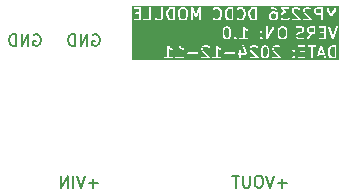
<source format=gbr>
%TF.GenerationSoftware,KiCad,Pcbnew,8.0.6*%
%TF.CreationDate,2024-12-11T22:55:20+08:00*%
%TF.ProjectId,mp2236_power_driver,6d703232-3336-45f7-906f-7765725f6472,rev?*%
%TF.SameCoordinates,Original*%
%TF.FileFunction,Legend,Bot*%
%TF.FilePolarity,Positive*%
%FSLAX46Y46*%
G04 Gerber Fmt 4.6, Leading zero omitted, Abs format (unit mm)*
G04 Created by KiCad (PCBNEW 8.0.6) date 2024-12-11 22:55:20*
%MOMM*%
%LPD*%
G01*
G04 APERTURE LIST*
%ADD10C,0.150000*%
G04 APERTURE END LIST*
D10*
G36*
X132809269Y-65979077D02*
G01*
X132839676Y-66009484D01*
X132878169Y-66086471D01*
X132921553Y-66260005D01*
X132921553Y-66479632D01*
X132878169Y-66653166D01*
X132839675Y-66730153D01*
X132809268Y-66760561D01*
X132740753Y-66794819D01*
X132680925Y-66794819D01*
X132612409Y-66760561D01*
X132582002Y-66730153D01*
X132543508Y-66653166D01*
X132500125Y-66479632D01*
X132500125Y-66260005D01*
X132543508Y-66086471D01*
X132582002Y-66009484D01*
X132612409Y-65979077D01*
X132680925Y-65944819D01*
X132740753Y-65944819D01*
X132809269Y-65979077D01*
G37*
G36*
X138588220Y-66794819D02*
G01*
X138437295Y-66794819D01*
X138322782Y-66756648D01*
X138248669Y-66682534D01*
X138210175Y-66605547D01*
X138166792Y-66432013D01*
X138166792Y-66307624D01*
X138210175Y-66134090D01*
X138248669Y-66057103D01*
X138322782Y-65982990D01*
X138437295Y-65944819D01*
X138588220Y-65944819D01*
X138588220Y-66794819D01*
G37*
G36*
X137606782Y-66509104D02*
G01*
X137338706Y-66509104D01*
X137472744Y-66106989D01*
X137606782Y-66509104D01*
G37*
G36*
X129571175Y-64369133D02*
G01*
X129601582Y-64399540D01*
X129640075Y-64476527D01*
X129683459Y-64650061D01*
X129683459Y-64869688D01*
X129640075Y-65043222D01*
X129601581Y-65120209D01*
X129571174Y-65150617D01*
X129502659Y-65184875D01*
X129442831Y-65184875D01*
X129374315Y-65150617D01*
X129343908Y-65120209D01*
X129305414Y-65043222D01*
X129262031Y-64869688D01*
X129262031Y-64650061D01*
X129305414Y-64476527D01*
X129343908Y-64399540D01*
X129374315Y-64369133D01*
X129442831Y-64334875D01*
X129502659Y-64334875D01*
X129571175Y-64369133D01*
G37*
G36*
X134333079Y-64369133D02*
G01*
X134405021Y-64441075D01*
X134445363Y-64602442D01*
X134445363Y-64917307D01*
X134405021Y-65078673D01*
X134333078Y-65150617D01*
X134264563Y-65184875D01*
X134109497Y-65184875D01*
X134040981Y-65150617D01*
X133969038Y-65078673D01*
X133928697Y-64917307D01*
X133928697Y-64602442D01*
X133969038Y-64441075D01*
X134040981Y-64369133D01*
X134109497Y-64334875D01*
X134264563Y-64334875D01*
X134333079Y-64369133D01*
G37*
G36*
X136826315Y-64708684D02*
G01*
X136538068Y-64708684D01*
X136469552Y-64674426D01*
X136439145Y-64644019D01*
X136404887Y-64575503D01*
X136404887Y-64468056D01*
X136439145Y-64399540D01*
X136469552Y-64369133D01*
X136538068Y-64334875D01*
X136826315Y-64334875D01*
X136826315Y-64708684D01*
G37*
G36*
X124921553Y-63574931D02*
G01*
X124770628Y-63574931D01*
X124656115Y-63536760D01*
X124582002Y-63462646D01*
X124543508Y-63385659D01*
X124500125Y-63212125D01*
X124500125Y-63087736D01*
X124543508Y-62914202D01*
X124582002Y-62837215D01*
X124656115Y-62763102D01*
X124770628Y-62724931D01*
X124921553Y-62724931D01*
X124921553Y-63574931D01*
G37*
G36*
X125904507Y-62759189D02*
G01*
X125976449Y-62831131D01*
X126016791Y-62992498D01*
X126016791Y-63307363D01*
X125976449Y-63468729D01*
X125904506Y-63540673D01*
X125835991Y-63574931D01*
X125680925Y-63574931D01*
X125612409Y-63540673D01*
X125540466Y-63468729D01*
X125500125Y-63307363D01*
X125500125Y-62992498D01*
X125540466Y-62831131D01*
X125612409Y-62759189D01*
X125680925Y-62724931D01*
X125835991Y-62724931D01*
X125904507Y-62759189D01*
G37*
G36*
X129873934Y-63574931D02*
G01*
X129723009Y-63574931D01*
X129608496Y-63536760D01*
X129534383Y-63462646D01*
X129495889Y-63385659D01*
X129452506Y-63212125D01*
X129452506Y-63087736D01*
X129495889Y-62914202D01*
X129534383Y-62837215D01*
X129608496Y-62763102D01*
X129723009Y-62724931D01*
X129873934Y-62724931D01*
X129873934Y-63574931D01*
G37*
G36*
X131873934Y-63574931D02*
G01*
X131723009Y-63574931D01*
X131608496Y-63536760D01*
X131534383Y-63462646D01*
X131495889Y-63385659D01*
X131452506Y-63212125D01*
X131452506Y-63087736D01*
X131495889Y-62914202D01*
X131534383Y-62837215D01*
X131608496Y-62763102D01*
X131723009Y-62724931D01*
X131873934Y-62724931D01*
X131873934Y-63574931D01*
G37*
G36*
X133571174Y-63140141D02*
G01*
X133601581Y-63170548D01*
X133635839Y-63239064D01*
X133635839Y-63441749D01*
X133601580Y-63510265D01*
X133571173Y-63540673D01*
X133502658Y-63574931D01*
X133347592Y-63574931D01*
X133279076Y-63540673D01*
X133248669Y-63510265D01*
X133214411Y-63441749D01*
X133214411Y-63239064D01*
X133248669Y-63170548D01*
X133279076Y-63140141D01*
X133347592Y-63105883D01*
X133502658Y-63105883D01*
X133571174Y-63140141D01*
G37*
G36*
X137445363Y-63098740D02*
G01*
X137157116Y-63098740D01*
X137088600Y-63064482D01*
X137058193Y-63034075D01*
X137023935Y-62965559D01*
X137023935Y-62858112D01*
X137058193Y-62789596D01*
X137088600Y-62759189D01*
X137157116Y-62724931D01*
X137445363Y-62724931D01*
X137445363Y-63098740D01*
G37*
G36*
X138991599Y-67055930D02*
G01*
X121478550Y-67055930D01*
X121478550Y-66855187D01*
X124161090Y-66855187D01*
X124161090Y-66884451D01*
X124172289Y-66911487D01*
X124192981Y-66932179D01*
X124220017Y-66943378D01*
X124234649Y-66944819D01*
X124806077Y-66944819D01*
X124820709Y-66943378D01*
X124847745Y-66932179D01*
X124868437Y-66911487D01*
X124879636Y-66884451D01*
X124879636Y-66855187D01*
X125113471Y-66855187D01*
X125113471Y-66884451D01*
X125124670Y-66911487D01*
X125145362Y-66932179D01*
X125172398Y-66943378D01*
X125187030Y-66944819D01*
X125758458Y-66944819D01*
X125773090Y-66943378D01*
X125800126Y-66932179D01*
X125820818Y-66911487D01*
X125832017Y-66884451D01*
X125832017Y-66855187D01*
X125820818Y-66828151D01*
X125800126Y-66807459D01*
X125773090Y-66796260D01*
X125758458Y-66794819D01*
X125547744Y-66794819D01*
X125547744Y-66474234D01*
X126113471Y-66474234D01*
X126113471Y-66503498D01*
X126124670Y-66530534D01*
X126145362Y-66551226D01*
X126172398Y-66562425D01*
X126187030Y-66563866D01*
X126948934Y-66563866D01*
X126963566Y-66562425D01*
X126990602Y-66551226D01*
X127011294Y-66530534D01*
X127022493Y-66503498D01*
X127022493Y-66474234D01*
X127011294Y-66447198D01*
X126990602Y-66426506D01*
X126963566Y-66415307D01*
X126948934Y-66413866D01*
X126187030Y-66413866D01*
X126172398Y-66415307D01*
X126145362Y-66426506D01*
X126124670Y-66447198D01*
X126113471Y-66474234D01*
X125547744Y-66474234D01*
X125547744Y-66098504D01*
X125610187Y-66160947D01*
X125615937Y-66165667D01*
X125617236Y-66167164D01*
X125619490Y-66168583D01*
X125621552Y-66170275D01*
X125623384Y-66171033D01*
X125629679Y-66174996D01*
X125724917Y-66222615D01*
X125738648Y-66227870D01*
X125767838Y-66229944D01*
X125795600Y-66220690D01*
X125817707Y-66201517D01*
X125830795Y-66175342D01*
X125832869Y-66146152D01*
X125823615Y-66118391D01*
X125804442Y-66096283D01*
X125791999Y-66088451D01*
X125735687Y-66060295D01*
X127302506Y-66060295D01*
X127302506Y-66155533D01*
X127303235Y-66162938D01*
X127303095Y-66164913D01*
X127303685Y-66167510D01*
X127303947Y-66170165D01*
X127304705Y-66171996D01*
X127306355Y-66179250D01*
X127353974Y-66322107D01*
X127359968Y-66335532D01*
X127361733Y-66337567D01*
X127362765Y-66340058D01*
X127372092Y-66351423D01*
X127815487Y-66794819D01*
X127377506Y-66794819D01*
X127362874Y-66796260D01*
X127335838Y-66807459D01*
X127315146Y-66828151D01*
X127303947Y-66855187D01*
X127303947Y-66884451D01*
X127315146Y-66911487D01*
X127335838Y-66932179D01*
X127362874Y-66943378D01*
X127377506Y-66944819D01*
X127996553Y-66944819D01*
X128011185Y-66943378D01*
X128019103Y-66940098D01*
X128038221Y-66932180D01*
X128058913Y-66911487D01*
X128070112Y-66884451D01*
X128070112Y-66855188D01*
X128070112Y-66855187D01*
X128256328Y-66855187D01*
X128256328Y-66884451D01*
X128267527Y-66911487D01*
X128288219Y-66932179D01*
X128315255Y-66943378D01*
X128329887Y-66944819D01*
X128901315Y-66944819D01*
X128915947Y-66943378D01*
X128942983Y-66932179D01*
X128963675Y-66911487D01*
X128974874Y-66884451D01*
X128974874Y-66855187D01*
X128963675Y-66828151D01*
X128942983Y-66807459D01*
X128915947Y-66796260D01*
X128901315Y-66794819D01*
X128690601Y-66794819D01*
X128690601Y-66474234D01*
X129256328Y-66474234D01*
X129256328Y-66503498D01*
X129267527Y-66530534D01*
X129288219Y-66551226D01*
X129315255Y-66562425D01*
X129329887Y-66563866D01*
X130091791Y-66563866D01*
X130106423Y-66562425D01*
X130133459Y-66551226D01*
X130154151Y-66530534D01*
X130157747Y-66521853D01*
X130399185Y-66521853D01*
X130399185Y-66551117D01*
X130410384Y-66578153D01*
X130431076Y-66598845D01*
X130458112Y-66610044D01*
X130472744Y-66611485D01*
X130540601Y-66611485D01*
X130540601Y-66869819D01*
X130542042Y-66884451D01*
X130553241Y-66911487D01*
X130573933Y-66932179D01*
X130600969Y-66943378D01*
X130630233Y-66943378D01*
X130657269Y-66932179D01*
X130677961Y-66911487D01*
X130689160Y-66884451D01*
X130690601Y-66869819D01*
X130690601Y-66611485D01*
X131091791Y-66611485D01*
X131099196Y-66610755D01*
X131101171Y-66610896D01*
X131102596Y-66610420D01*
X131106423Y-66610044D01*
X131117532Y-66605442D01*
X131128933Y-66601642D01*
X131130968Y-66599876D01*
X131133459Y-66598845D01*
X131141961Y-66590342D01*
X131151041Y-66582468D01*
X131152245Y-66580058D01*
X131154151Y-66578153D01*
X131158753Y-66567041D01*
X131164127Y-66556294D01*
X131164317Y-66553608D01*
X131165350Y-66551117D01*
X131165350Y-66539089D01*
X131166202Y-66527104D01*
X131165350Y-66523357D01*
X131165350Y-66521853D01*
X131164591Y-66520022D01*
X131162942Y-66512767D01*
X131012118Y-66060295D01*
X131397744Y-66060295D01*
X131397744Y-66155533D01*
X131398473Y-66162938D01*
X131398333Y-66164913D01*
X131398923Y-66167510D01*
X131399185Y-66170165D01*
X131399943Y-66171996D01*
X131401593Y-66179250D01*
X131449212Y-66322107D01*
X131455206Y-66335532D01*
X131456971Y-66337567D01*
X131458003Y-66340058D01*
X131467330Y-66351423D01*
X131910725Y-66794819D01*
X131472744Y-66794819D01*
X131458112Y-66796260D01*
X131431076Y-66807459D01*
X131410384Y-66828151D01*
X131399185Y-66855187D01*
X131399185Y-66884451D01*
X131410384Y-66911487D01*
X131431076Y-66932179D01*
X131458112Y-66943378D01*
X131472744Y-66944819D01*
X132091791Y-66944819D01*
X132106423Y-66943378D01*
X132114341Y-66940098D01*
X132133459Y-66932180D01*
X132154151Y-66911487D01*
X132165350Y-66884451D01*
X132165350Y-66855188D01*
X132154152Y-66828151D01*
X132144824Y-66816786D01*
X131585915Y-66257876D01*
X131583547Y-66250771D01*
X132350125Y-66250771D01*
X132350125Y-66488866D01*
X132350376Y-66491419D01*
X132350214Y-66492512D01*
X132351023Y-66497985D01*
X132351566Y-66503498D01*
X132351988Y-66504519D01*
X132352364Y-66507056D01*
X132399983Y-66697532D01*
X132400368Y-66698611D01*
X132400407Y-66699151D01*
X132402734Y-66705232D01*
X132404930Y-66711378D01*
X132405252Y-66711813D01*
X132405662Y-66712883D01*
X132453281Y-66808121D01*
X132457244Y-66814417D01*
X132458002Y-66816247D01*
X132459691Y-66818305D01*
X132461113Y-66820564D01*
X132462611Y-66821863D01*
X132467329Y-66827612D01*
X132514948Y-66875232D01*
X132520697Y-66879950D01*
X132521998Y-66881450D01*
X132524257Y-66882872D01*
X132526314Y-66884560D01*
X132528141Y-66885317D01*
X132534441Y-66889282D01*
X132629679Y-66936901D01*
X132643410Y-66942156D01*
X132646099Y-66942347D01*
X132648588Y-66943378D01*
X132663220Y-66944819D01*
X132758458Y-66944819D01*
X132773090Y-66943378D01*
X132775579Y-66942346D01*
X132778267Y-66942156D01*
X132791999Y-66936901D01*
X132887237Y-66889282D01*
X132893536Y-66885317D01*
X132895364Y-66884560D01*
X132897420Y-66882872D01*
X132899680Y-66881450D01*
X132900980Y-66879950D01*
X132906730Y-66875232D01*
X132954348Y-66827613D01*
X132959066Y-66821863D01*
X132960565Y-66820564D01*
X132961986Y-66818305D01*
X132963676Y-66816247D01*
X132964433Y-66814417D01*
X132968397Y-66808121D01*
X133016016Y-66712883D01*
X133016425Y-66711813D01*
X133016748Y-66711378D01*
X133018940Y-66705241D01*
X133021271Y-66699152D01*
X133021309Y-66698611D01*
X133021695Y-66697532D01*
X133069314Y-66507056D01*
X133069689Y-66504519D01*
X133070112Y-66503498D01*
X133070654Y-66497985D01*
X133071464Y-66492512D01*
X133071301Y-66491419D01*
X133071553Y-66488866D01*
X133071553Y-66250771D01*
X133071301Y-66248217D01*
X133071464Y-66247125D01*
X133070654Y-66241651D01*
X133070112Y-66236139D01*
X133069689Y-66235117D01*
X133069314Y-66232581D01*
X133026242Y-66060295D01*
X133302506Y-66060295D01*
X133302506Y-66155533D01*
X133303235Y-66162938D01*
X133303095Y-66164913D01*
X133303685Y-66167510D01*
X133303947Y-66170165D01*
X133304705Y-66171996D01*
X133306355Y-66179250D01*
X133353974Y-66322107D01*
X133359968Y-66335532D01*
X133361733Y-66337567D01*
X133362765Y-66340058D01*
X133372092Y-66351423D01*
X133815487Y-66794819D01*
X133377506Y-66794819D01*
X133362874Y-66796260D01*
X133335838Y-66807459D01*
X133315146Y-66828151D01*
X133303947Y-66855187D01*
X133303947Y-66884451D01*
X133315146Y-66911487D01*
X133335838Y-66932179D01*
X133362874Y-66943378D01*
X133377506Y-66944819D01*
X133996553Y-66944819D01*
X134011185Y-66943378D01*
X134019103Y-66940098D01*
X134038221Y-66932180D01*
X134058913Y-66911487D01*
X134070112Y-66884451D01*
X134070112Y-66855188D01*
X134058914Y-66828151D01*
X134049586Y-66816786D01*
X134040369Y-66807569D01*
X135018232Y-66807569D01*
X135018232Y-66836832D01*
X135023269Y-66848991D01*
X135029431Y-66863868D01*
X135038758Y-66875233D01*
X135086377Y-66922852D01*
X135097742Y-66932179D01*
X135124778Y-66943378D01*
X135124779Y-66943378D01*
X135154041Y-66943378D01*
X135154042Y-66943378D01*
X135181078Y-66932179D01*
X135192443Y-66922852D01*
X135240062Y-66875233D01*
X135249389Y-66863868D01*
X135260588Y-66836832D01*
X135260588Y-66807569D01*
X135259384Y-66804662D01*
X135249390Y-66780533D01*
X135240062Y-66769167D01*
X135192444Y-66721548D01*
X135181078Y-66712220D01*
X135181077Y-66712219D01*
X135162781Y-66704641D01*
X135154042Y-66701021D01*
X135154041Y-66701021D01*
X135124778Y-66701021D01*
X135116039Y-66704641D01*
X135097743Y-66712219D01*
X135097742Y-66712220D01*
X135086376Y-66721548D01*
X135038757Y-66769168D01*
X135029430Y-66780533D01*
X135018232Y-66807569D01*
X134040369Y-66807569D01*
X133516560Y-66283759D01*
X135018232Y-66283759D01*
X135018232Y-66313021D01*
X135029431Y-66340058D01*
X135038758Y-66351423D01*
X135086377Y-66399042D01*
X135097742Y-66408369D01*
X135124778Y-66419568D01*
X135124779Y-66419568D01*
X135154041Y-66419568D01*
X135154042Y-66419568D01*
X135181078Y-66408369D01*
X135192443Y-66399042D01*
X135240062Y-66351423D01*
X135249389Y-66340058D01*
X135260588Y-66313022D01*
X135260588Y-66283759D01*
X135260543Y-66283649D01*
X135249389Y-66256722D01*
X135240062Y-66245357D01*
X135192443Y-66197738D01*
X135181078Y-66188411D01*
X135154042Y-66177212D01*
X135154041Y-66177212D01*
X135124778Y-66177212D01*
X135097742Y-66188411D01*
X135086377Y-66197738D01*
X135038758Y-66245357D01*
X135029431Y-66256722D01*
X135018232Y-66283759D01*
X133516560Y-66283759D01*
X133490677Y-66257876D01*
X133452506Y-66143362D01*
X133452506Y-66078000D01*
X133486764Y-66009484D01*
X133517171Y-65979077D01*
X133585687Y-65944819D01*
X133788372Y-65944819D01*
X133856888Y-65979077D01*
X133895901Y-66018090D01*
X133907266Y-66027417D01*
X133934302Y-66038616D01*
X133963565Y-66038616D01*
X133990601Y-66027417D01*
X134011294Y-66006724D01*
X134022493Y-65979688D01*
X134022493Y-65950425D01*
X134011294Y-65923389D01*
X134001967Y-65912024D01*
X133954348Y-65864405D01*
X133948598Y-65859686D01*
X133947299Y-65858188D01*
X133945039Y-65856766D01*
X133943116Y-65855187D01*
X135494423Y-65855187D01*
X135494423Y-65884451D01*
X135505622Y-65911487D01*
X135526314Y-65932179D01*
X135553350Y-65943378D01*
X135567982Y-65944819D01*
X135969172Y-65944819D01*
X135969172Y-66271009D01*
X135710839Y-66271009D01*
X135696207Y-66272450D01*
X135669171Y-66283649D01*
X135648479Y-66304341D01*
X135637280Y-66331377D01*
X135637280Y-66360641D01*
X135648479Y-66387677D01*
X135669171Y-66408369D01*
X135696207Y-66419568D01*
X135710839Y-66421009D01*
X135969172Y-66421009D01*
X135969172Y-66794819D01*
X135567982Y-66794819D01*
X135553350Y-66796260D01*
X135526314Y-66807459D01*
X135505622Y-66828151D01*
X135494423Y-66855187D01*
X135494423Y-66884451D01*
X135505622Y-66911487D01*
X135526314Y-66932179D01*
X135553350Y-66943378D01*
X135567982Y-66944819D01*
X136044172Y-66944819D01*
X136058804Y-66943378D01*
X136085840Y-66932179D01*
X136106532Y-66911487D01*
X136117731Y-66884451D01*
X136117731Y-66884450D01*
X136119172Y-66869819D01*
X136119172Y-65869819D01*
X136117731Y-65855187D01*
X136303947Y-65855187D01*
X136303947Y-65884451D01*
X136315146Y-65911487D01*
X136335838Y-65932179D01*
X136362874Y-65943378D01*
X136377506Y-65944819D01*
X136588220Y-65944819D01*
X136588220Y-66869819D01*
X136589661Y-66884451D01*
X136600860Y-66911487D01*
X136621552Y-66932179D01*
X136648588Y-66943378D01*
X136677852Y-66943378D01*
X136704888Y-66932179D01*
X136725580Y-66911487D01*
X136736779Y-66884451D01*
X136738220Y-66869819D01*
X136738220Y-66860439D01*
X137065000Y-66860439D01*
X137067075Y-66889629D01*
X137080161Y-66915802D01*
X137102268Y-66934976D01*
X137130031Y-66944230D01*
X137159221Y-66942155D01*
X137185394Y-66929069D01*
X137204568Y-66906962D01*
X137210562Y-66893536D01*
X137288706Y-66659104D01*
X137656782Y-66659104D01*
X137734926Y-66893536D01*
X137740920Y-66906961D01*
X137760094Y-66929068D01*
X137786267Y-66942155D01*
X137815457Y-66944230D01*
X137843219Y-66934976D01*
X137865327Y-66915802D01*
X137878413Y-66889628D01*
X137880488Y-66860438D01*
X137877228Y-66846102D01*
X137694658Y-66298390D01*
X138016792Y-66298390D01*
X138016792Y-66441247D01*
X138017043Y-66443800D01*
X138016881Y-66444893D01*
X138017690Y-66450366D01*
X138018233Y-66455879D01*
X138018655Y-66456900D01*
X138019031Y-66459437D01*
X138066650Y-66649913D01*
X138067035Y-66650992D01*
X138067074Y-66651532D01*
X138069401Y-66657613D01*
X138071597Y-66663759D01*
X138071919Y-66664194D01*
X138072329Y-66665264D01*
X138119948Y-66760502D01*
X138123911Y-66766798D01*
X138124669Y-66768628D01*
X138126358Y-66770686D01*
X138127780Y-66772945D01*
X138129278Y-66774244D01*
X138133997Y-66779994D01*
X138229235Y-66875233D01*
X138240600Y-66884561D01*
X138243090Y-66885592D01*
X138245125Y-66887357D01*
X138258551Y-66893351D01*
X138401407Y-66940970D01*
X138408662Y-66942619D01*
X138410493Y-66943378D01*
X138413146Y-66943639D01*
X138415744Y-66944230D01*
X138417718Y-66944089D01*
X138425125Y-66944819D01*
X138663220Y-66944819D01*
X138677852Y-66943378D01*
X138704888Y-66932179D01*
X138725580Y-66911487D01*
X138736779Y-66884451D01*
X138736779Y-66884450D01*
X138738220Y-66869819D01*
X138738220Y-65869819D01*
X138736779Y-65855187D01*
X138725580Y-65828151D01*
X138704888Y-65807459D01*
X138677852Y-65796260D01*
X138663220Y-65794819D01*
X138425125Y-65794819D01*
X138417718Y-65795548D01*
X138415744Y-65795408D01*
X138413146Y-65795998D01*
X138410493Y-65796260D01*
X138408662Y-65797018D01*
X138401407Y-65798668D01*
X138258551Y-65846287D01*
X138245125Y-65852281D01*
X138243090Y-65854045D01*
X138240600Y-65855077D01*
X138229235Y-65864405D01*
X138133997Y-65959643D01*
X138129278Y-65965392D01*
X138127780Y-65966692D01*
X138126358Y-65968951D01*
X138124670Y-65971008D01*
X138123912Y-65972835D01*
X138119948Y-65979135D01*
X138072329Y-66074373D01*
X138071919Y-66075442D01*
X138071597Y-66075878D01*
X138069411Y-66081997D01*
X138067074Y-66088105D01*
X138067035Y-66088644D01*
X138066650Y-66089724D01*
X138019031Y-66280200D01*
X138018655Y-66282736D01*
X138018233Y-66283758D01*
X138017690Y-66289270D01*
X138016881Y-66294744D01*
X138017043Y-66295836D01*
X138016792Y-66298390D01*
X137694658Y-66298390D01*
X137543895Y-65846102D01*
X137537901Y-65832676D01*
X137534389Y-65828627D01*
X137531994Y-65823836D01*
X137524890Y-65817674D01*
X137518727Y-65810569D01*
X137513933Y-65808172D01*
X137509886Y-65804662D01*
X137500964Y-65801688D01*
X137492554Y-65797483D01*
X137487209Y-65797103D01*
X137482124Y-65795408D01*
X137472744Y-65796074D01*
X137463364Y-65795408D01*
X137458278Y-65797103D01*
X137452934Y-65797483D01*
X137444526Y-65801687D01*
X137435601Y-65804662D01*
X137431550Y-65808175D01*
X137426761Y-65810570D01*
X137420602Y-65817670D01*
X137413494Y-65823836D01*
X137411097Y-65828629D01*
X137407587Y-65832677D01*
X137401593Y-65846102D01*
X137068260Y-66846102D01*
X137065000Y-66860439D01*
X136738220Y-66860439D01*
X136738220Y-65944819D01*
X136948934Y-65944819D01*
X136963566Y-65943378D01*
X136990602Y-65932179D01*
X137011294Y-65911487D01*
X137022493Y-65884451D01*
X137022493Y-65855187D01*
X137011294Y-65828151D01*
X136990602Y-65807459D01*
X136963566Y-65796260D01*
X136948934Y-65794819D01*
X136377506Y-65794819D01*
X136362874Y-65796260D01*
X136335838Y-65807459D01*
X136315146Y-65828151D01*
X136303947Y-65855187D01*
X136117731Y-65855187D01*
X136106532Y-65828151D01*
X136085840Y-65807459D01*
X136058804Y-65796260D01*
X136044172Y-65794819D01*
X135567982Y-65794819D01*
X135553350Y-65796260D01*
X135526314Y-65807459D01*
X135505622Y-65828151D01*
X135494423Y-65855187D01*
X133943116Y-65855187D01*
X133942983Y-65855078D01*
X133941155Y-65854320D01*
X133934856Y-65850356D01*
X133839618Y-65802737D01*
X133825886Y-65797482D01*
X133823198Y-65797291D01*
X133820709Y-65796260D01*
X133806077Y-65794819D01*
X133567982Y-65794819D01*
X133553350Y-65796260D01*
X133550861Y-65797290D01*
X133548172Y-65797482D01*
X133534441Y-65802737D01*
X133439203Y-65850356D01*
X133432903Y-65854320D01*
X133431076Y-65855078D01*
X133429019Y-65856766D01*
X133426760Y-65858188D01*
X133425460Y-65859686D01*
X133419711Y-65864405D01*
X133372092Y-65912024D01*
X133367373Y-65917773D01*
X133365875Y-65919073D01*
X133364453Y-65921332D01*
X133362765Y-65923389D01*
X133362007Y-65925216D01*
X133358043Y-65931516D01*
X133310424Y-66026754D01*
X133305169Y-66040486D01*
X133304978Y-66043173D01*
X133303947Y-66045663D01*
X133302506Y-66060295D01*
X133026242Y-66060295D01*
X133021695Y-66042105D01*
X133021309Y-66041025D01*
X133021271Y-66040485D01*
X133018940Y-66034395D01*
X133016748Y-66028259D01*
X133016425Y-66027823D01*
X133016016Y-66026754D01*
X132968397Y-65931516D01*
X132964432Y-65925216D01*
X132963675Y-65923389D01*
X132961986Y-65921332D01*
X132960565Y-65919073D01*
X132959066Y-65917773D01*
X132954348Y-65912024D01*
X132906729Y-65864405D01*
X132900979Y-65859686D01*
X132899680Y-65858188D01*
X132897420Y-65856766D01*
X132895364Y-65855078D01*
X132893536Y-65854320D01*
X132887237Y-65850356D01*
X132791999Y-65802737D01*
X132778267Y-65797482D01*
X132775579Y-65797291D01*
X132773090Y-65796260D01*
X132758458Y-65794819D01*
X132663220Y-65794819D01*
X132648588Y-65796260D01*
X132646099Y-65797290D01*
X132643410Y-65797482D01*
X132629679Y-65802737D01*
X132534441Y-65850356D01*
X132528141Y-65854320D01*
X132526314Y-65855078D01*
X132524257Y-65856766D01*
X132521998Y-65858188D01*
X132520698Y-65859686D01*
X132514949Y-65864405D01*
X132467330Y-65912024D01*
X132462611Y-65917773D01*
X132461113Y-65919073D01*
X132459691Y-65921332D01*
X132458003Y-65923389D01*
X132457245Y-65925216D01*
X132453281Y-65931516D01*
X132405662Y-66026754D01*
X132405252Y-66027823D01*
X132404930Y-66028259D01*
X132402734Y-66034404D01*
X132400407Y-66040486D01*
X132400368Y-66041025D01*
X132399983Y-66042105D01*
X132352364Y-66232581D01*
X132351988Y-66235117D01*
X132351566Y-66236139D01*
X132351023Y-66241651D01*
X132350214Y-66247125D01*
X132350376Y-66248217D01*
X132350125Y-66250771D01*
X131583547Y-66250771D01*
X131547744Y-66143362D01*
X131547744Y-66078000D01*
X131582002Y-66009484D01*
X131612409Y-65979077D01*
X131680925Y-65944819D01*
X131883610Y-65944819D01*
X131952126Y-65979077D01*
X131991139Y-66018090D01*
X132002504Y-66027417D01*
X132029540Y-66038616D01*
X132058803Y-66038616D01*
X132085839Y-66027417D01*
X132106532Y-66006724D01*
X132117731Y-65979688D01*
X132117731Y-65950425D01*
X132106532Y-65923389D01*
X132097205Y-65912024D01*
X132049586Y-65864405D01*
X132043836Y-65859686D01*
X132042537Y-65858188D01*
X132040277Y-65856766D01*
X132038221Y-65855078D01*
X132036393Y-65854320D01*
X132030094Y-65850356D01*
X131934856Y-65802737D01*
X131921124Y-65797482D01*
X131918436Y-65797291D01*
X131915947Y-65796260D01*
X131901315Y-65794819D01*
X131663220Y-65794819D01*
X131648588Y-65796260D01*
X131646099Y-65797290D01*
X131643410Y-65797482D01*
X131629679Y-65802737D01*
X131534441Y-65850356D01*
X131528141Y-65854320D01*
X131526314Y-65855078D01*
X131524257Y-65856766D01*
X131521998Y-65858188D01*
X131520698Y-65859686D01*
X131514949Y-65864405D01*
X131467330Y-65912024D01*
X131462611Y-65917773D01*
X131461113Y-65919073D01*
X131459691Y-65921332D01*
X131458003Y-65923389D01*
X131457245Y-65925216D01*
X131453281Y-65931516D01*
X131405662Y-66026754D01*
X131400407Y-66040486D01*
X131400216Y-66043173D01*
X131399185Y-66045663D01*
X131397744Y-66060295D01*
X131012118Y-66060295D01*
X130924847Y-65798483D01*
X130918853Y-65785057D01*
X130899679Y-65762950D01*
X130873506Y-65749864D01*
X130844316Y-65747789D01*
X130816553Y-65757043D01*
X130794446Y-65776217D01*
X130781360Y-65802390D01*
X130779285Y-65831580D01*
X130782545Y-65845917D01*
X130987734Y-66461485D01*
X130690601Y-66461485D01*
X130690601Y-66203152D01*
X130689160Y-66188520D01*
X130677961Y-66161484D01*
X130657269Y-66140792D01*
X130630233Y-66129593D01*
X130600969Y-66129593D01*
X130573933Y-66140792D01*
X130553241Y-66161484D01*
X130542042Y-66188520D01*
X130540601Y-66203152D01*
X130540601Y-66461485D01*
X130472744Y-66461485D01*
X130458112Y-66462926D01*
X130431076Y-66474125D01*
X130410384Y-66494817D01*
X130399185Y-66521853D01*
X130157747Y-66521853D01*
X130165350Y-66503498D01*
X130165350Y-66474234D01*
X130154151Y-66447198D01*
X130133459Y-66426506D01*
X130106423Y-66415307D01*
X130091791Y-66413866D01*
X129329887Y-66413866D01*
X129315255Y-66415307D01*
X129288219Y-66426506D01*
X129267527Y-66447198D01*
X129256328Y-66474234D01*
X128690601Y-66474234D01*
X128690601Y-66098504D01*
X128753044Y-66160947D01*
X128758794Y-66165667D01*
X128760093Y-66167164D01*
X128762347Y-66168583D01*
X128764409Y-66170275D01*
X128766241Y-66171033D01*
X128772536Y-66174996D01*
X128867774Y-66222615D01*
X128881505Y-66227870D01*
X128910695Y-66229944D01*
X128938457Y-66220690D01*
X128960564Y-66201517D01*
X128973652Y-66175342D01*
X128975726Y-66146152D01*
X128966472Y-66118391D01*
X128947299Y-66096283D01*
X128934856Y-66088451D01*
X128850504Y-66046275D01*
X128769123Y-65964894D01*
X128678005Y-65828216D01*
X128677970Y-65828173D01*
X128677961Y-65828151D01*
X128677909Y-65828099D01*
X128668689Y-65816841D01*
X128662519Y-65812709D01*
X128657269Y-65807459D01*
X128650479Y-65804646D01*
X128644374Y-65800558D01*
X128637093Y-65799101D01*
X128630233Y-65796260D01*
X128622885Y-65796260D01*
X128615680Y-65794819D01*
X128608396Y-65796260D01*
X128600969Y-65796260D01*
X128594180Y-65799072D01*
X128586972Y-65800498D01*
X128580793Y-65804617D01*
X128573933Y-65807459D01*
X128568737Y-65812654D01*
X128562623Y-65816731D01*
X128558491Y-65822900D01*
X128553241Y-65828151D01*
X128550428Y-65834940D01*
X128546340Y-65841046D01*
X128544883Y-65848326D01*
X128542042Y-65855187D01*
X128540616Y-65869663D01*
X128540601Y-65869740D01*
X128540606Y-65869766D01*
X128540601Y-65869819D01*
X128540601Y-66794819D01*
X128329887Y-66794819D01*
X128315255Y-66796260D01*
X128288219Y-66807459D01*
X128267527Y-66828151D01*
X128256328Y-66855187D01*
X128070112Y-66855187D01*
X128058914Y-66828151D01*
X128049586Y-66816786D01*
X127490677Y-66257876D01*
X127452506Y-66143362D01*
X127452506Y-66078000D01*
X127486764Y-66009484D01*
X127517171Y-65979077D01*
X127585687Y-65944819D01*
X127788372Y-65944819D01*
X127856888Y-65979077D01*
X127895901Y-66018090D01*
X127907266Y-66027417D01*
X127934302Y-66038616D01*
X127963565Y-66038616D01*
X127990601Y-66027417D01*
X128011294Y-66006724D01*
X128022493Y-65979688D01*
X128022493Y-65950425D01*
X128011294Y-65923389D01*
X128001967Y-65912024D01*
X127954348Y-65864405D01*
X127948598Y-65859686D01*
X127947299Y-65858188D01*
X127945039Y-65856766D01*
X127942983Y-65855078D01*
X127941155Y-65854320D01*
X127934856Y-65850356D01*
X127839618Y-65802737D01*
X127825886Y-65797482D01*
X127823198Y-65797291D01*
X127820709Y-65796260D01*
X127806077Y-65794819D01*
X127567982Y-65794819D01*
X127553350Y-65796260D01*
X127550861Y-65797290D01*
X127548172Y-65797482D01*
X127534441Y-65802737D01*
X127439203Y-65850356D01*
X127432903Y-65854320D01*
X127431076Y-65855078D01*
X127429019Y-65856766D01*
X127426760Y-65858188D01*
X127425460Y-65859686D01*
X127419711Y-65864405D01*
X127372092Y-65912024D01*
X127367373Y-65917773D01*
X127365875Y-65919073D01*
X127364453Y-65921332D01*
X127362765Y-65923389D01*
X127362007Y-65925216D01*
X127358043Y-65931516D01*
X127310424Y-66026754D01*
X127305169Y-66040486D01*
X127304978Y-66043173D01*
X127303947Y-66045663D01*
X127302506Y-66060295D01*
X125735687Y-66060295D01*
X125707647Y-66046275D01*
X125626266Y-65964894D01*
X125535148Y-65828216D01*
X125535113Y-65828173D01*
X125535104Y-65828151D01*
X125535052Y-65828099D01*
X125525832Y-65816841D01*
X125519662Y-65812709D01*
X125514412Y-65807459D01*
X125507622Y-65804646D01*
X125501517Y-65800558D01*
X125494236Y-65799101D01*
X125487376Y-65796260D01*
X125480028Y-65796260D01*
X125472823Y-65794819D01*
X125465539Y-65796260D01*
X125458112Y-65796260D01*
X125451323Y-65799072D01*
X125444115Y-65800498D01*
X125437936Y-65804617D01*
X125431076Y-65807459D01*
X125425880Y-65812654D01*
X125419766Y-65816731D01*
X125415634Y-65822900D01*
X125410384Y-65828151D01*
X125407571Y-65834940D01*
X125403483Y-65841046D01*
X125402026Y-65848326D01*
X125399185Y-65855187D01*
X125397759Y-65869663D01*
X125397744Y-65869740D01*
X125397749Y-65869766D01*
X125397744Y-65869819D01*
X125397744Y-66794819D01*
X125187030Y-66794819D01*
X125172398Y-66796260D01*
X125145362Y-66807459D01*
X125124670Y-66828151D01*
X125113471Y-66855187D01*
X124879636Y-66855187D01*
X124868437Y-66828151D01*
X124847745Y-66807459D01*
X124820709Y-66796260D01*
X124806077Y-66794819D01*
X124595363Y-66794819D01*
X124595363Y-66098504D01*
X124657806Y-66160947D01*
X124663556Y-66165667D01*
X124664855Y-66167164D01*
X124667109Y-66168583D01*
X124669171Y-66170275D01*
X124671003Y-66171033D01*
X124677298Y-66174996D01*
X124772536Y-66222615D01*
X124786267Y-66227870D01*
X124815457Y-66229944D01*
X124843219Y-66220690D01*
X124865326Y-66201517D01*
X124878414Y-66175342D01*
X124880488Y-66146152D01*
X124871234Y-66118391D01*
X124852061Y-66096283D01*
X124839618Y-66088451D01*
X124755266Y-66046275D01*
X124673885Y-65964894D01*
X124582767Y-65828216D01*
X124582732Y-65828173D01*
X124582723Y-65828151D01*
X124582671Y-65828099D01*
X124573451Y-65816841D01*
X124567281Y-65812709D01*
X124562031Y-65807459D01*
X124555241Y-65804646D01*
X124549136Y-65800558D01*
X124541855Y-65799101D01*
X124534995Y-65796260D01*
X124527647Y-65796260D01*
X124520442Y-65794819D01*
X124513158Y-65796260D01*
X124505731Y-65796260D01*
X124498942Y-65799072D01*
X124491734Y-65800498D01*
X124485555Y-65804617D01*
X124478695Y-65807459D01*
X124473499Y-65812654D01*
X124467385Y-65816731D01*
X124463253Y-65822900D01*
X124458003Y-65828151D01*
X124455190Y-65834940D01*
X124451102Y-65841046D01*
X124449645Y-65848326D01*
X124446804Y-65855187D01*
X124445378Y-65869663D01*
X124445363Y-65869740D01*
X124445368Y-65869766D01*
X124445363Y-65869819D01*
X124445363Y-66794819D01*
X124234649Y-66794819D01*
X124220017Y-66796260D01*
X124192981Y-66807459D01*
X124172289Y-66828151D01*
X124161090Y-66855187D01*
X121478550Y-66855187D01*
X121478550Y-64640827D01*
X129112031Y-64640827D01*
X129112031Y-64878922D01*
X129112282Y-64881475D01*
X129112120Y-64882568D01*
X129112929Y-64888041D01*
X129113472Y-64893554D01*
X129113894Y-64894575D01*
X129114270Y-64897112D01*
X129161889Y-65087588D01*
X129162274Y-65088667D01*
X129162313Y-65089207D01*
X129164640Y-65095288D01*
X129166836Y-65101434D01*
X129167158Y-65101869D01*
X129167568Y-65102939D01*
X129215187Y-65198177D01*
X129219150Y-65204473D01*
X129219908Y-65206303D01*
X129221597Y-65208361D01*
X129223019Y-65210620D01*
X129224517Y-65211919D01*
X129229235Y-65217668D01*
X129276854Y-65265288D01*
X129282603Y-65270006D01*
X129283904Y-65271506D01*
X129286163Y-65272928D01*
X129288220Y-65274616D01*
X129290047Y-65275373D01*
X129296347Y-65279338D01*
X129391585Y-65326957D01*
X129405316Y-65332212D01*
X129408005Y-65332403D01*
X129410494Y-65333434D01*
X129425126Y-65334875D01*
X129520364Y-65334875D01*
X129534996Y-65333434D01*
X129537485Y-65332402D01*
X129540173Y-65332212D01*
X129553905Y-65326957D01*
X129649143Y-65279338D01*
X129655442Y-65275373D01*
X129657270Y-65274616D01*
X129659326Y-65272928D01*
X129661586Y-65271506D01*
X129662886Y-65270006D01*
X129668636Y-65265288D01*
X129716254Y-65217669D01*
X129720972Y-65211919D01*
X129722471Y-65210620D01*
X129723892Y-65208361D01*
X129725582Y-65206303D01*
X129726339Y-65204473D01*
X129730303Y-65198177D01*
X129730579Y-65197625D01*
X130065852Y-65197625D01*
X130065852Y-65226888D01*
X130070889Y-65239047D01*
X130077051Y-65253924D01*
X130086378Y-65265289D01*
X130133997Y-65312908D01*
X130145362Y-65322235D01*
X130172398Y-65333434D01*
X130172399Y-65333434D01*
X130201661Y-65333434D01*
X130201662Y-65333434D01*
X130228698Y-65322235D01*
X130240063Y-65312908D01*
X130287682Y-65265289D01*
X130297009Y-65253924D01*
X130300605Y-65245243D01*
X130542043Y-65245243D01*
X130542043Y-65274507D01*
X130553242Y-65301543D01*
X130573934Y-65322235D01*
X130600970Y-65333434D01*
X130615602Y-65334875D01*
X131187030Y-65334875D01*
X131201662Y-65333434D01*
X131228698Y-65322235D01*
X131249390Y-65301543D01*
X131260589Y-65274507D01*
X131260589Y-65245243D01*
X131249390Y-65218207D01*
X131228808Y-65197625D01*
X132256328Y-65197625D01*
X132256328Y-65226888D01*
X132261365Y-65239047D01*
X132267527Y-65253924D01*
X132276854Y-65265289D01*
X132324473Y-65312908D01*
X132335838Y-65322235D01*
X132362874Y-65333434D01*
X132362875Y-65333434D01*
X132392137Y-65333434D01*
X132392138Y-65333434D01*
X132419174Y-65322235D01*
X132430539Y-65312908D01*
X132478158Y-65265289D01*
X132487485Y-65253924D01*
X132498684Y-65226888D01*
X132498684Y-65197625D01*
X132497480Y-65194718D01*
X132487486Y-65170589D01*
X132478158Y-65159223D01*
X132430540Y-65111604D01*
X132419174Y-65102276D01*
X132419173Y-65102275D01*
X132400877Y-65094697D01*
X132392138Y-65091077D01*
X132392137Y-65091077D01*
X132362874Y-65091077D01*
X132354135Y-65094697D01*
X132335839Y-65102275D01*
X132335838Y-65102276D01*
X132324472Y-65111604D01*
X132276853Y-65159224D01*
X132267526Y-65170589D01*
X132256328Y-65197625D01*
X131228808Y-65197625D01*
X131228698Y-65197515D01*
X131201662Y-65186316D01*
X131187030Y-65184875D01*
X130976316Y-65184875D01*
X130976316Y-64673815D01*
X132256328Y-64673815D01*
X132256328Y-64703077D01*
X132267527Y-64730114D01*
X132276854Y-64741479D01*
X132324473Y-64789098D01*
X132335838Y-64798425D01*
X132362874Y-64809624D01*
X132362875Y-64809624D01*
X132392137Y-64809624D01*
X132392138Y-64809624D01*
X132419174Y-64798425D01*
X132430539Y-64789098D01*
X132478158Y-64741479D01*
X132487485Y-64730114D01*
X132498684Y-64703078D01*
X132498684Y-64673815D01*
X132498639Y-64673705D01*
X132487485Y-64646778D01*
X132478158Y-64635413D01*
X132430539Y-64587794D01*
X132419174Y-64578467D01*
X132392138Y-64567268D01*
X132392137Y-64567268D01*
X132362874Y-64567268D01*
X132335838Y-64578467D01*
X132324473Y-64587794D01*
X132276854Y-64635413D01*
X132267527Y-64646778D01*
X132256328Y-64673815D01*
X130976316Y-64673815D01*
X130976316Y-64488560D01*
X131038759Y-64551003D01*
X131044509Y-64555723D01*
X131045808Y-64557220D01*
X131048062Y-64558639D01*
X131050124Y-64560331D01*
X131051956Y-64561089D01*
X131058251Y-64565052D01*
X131153489Y-64612671D01*
X131167220Y-64617926D01*
X131196410Y-64620000D01*
X131224172Y-64610746D01*
X131246279Y-64591573D01*
X131259367Y-64565398D01*
X131261441Y-64536208D01*
X131252187Y-64508447D01*
X131233014Y-64486339D01*
X131220571Y-64478507D01*
X131136219Y-64436331D01*
X131054838Y-64354950D01*
X130991455Y-64259875D01*
X132778697Y-64259875D01*
X132778697Y-65259875D01*
X132779067Y-65263638D01*
X132778880Y-65265114D01*
X132779401Y-65267024D01*
X132780138Y-65274507D01*
X132783955Y-65283722D01*
X132786580Y-65293346D01*
X132789507Y-65297126D01*
X132791337Y-65301543D01*
X132798387Y-65308593D01*
X132804497Y-65316483D01*
X132808650Y-65318856D01*
X132812029Y-65322235D01*
X132821241Y-65326051D01*
X132829906Y-65331002D01*
X132834649Y-65331604D01*
X132839065Y-65333434D01*
X132849039Y-65333434D01*
X132858936Y-65334692D01*
X132863548Y-65333434D01*
X132868329Y-65333434D01*
X132877544Y-65329616D01*
X132887168Y-65326992D01*
X132890948Y-65324064D01*
X132895365Y-65322235D01*
X132902415Y-65315184D01*
X132910305Y-65309075D01*
X132914657Y-65302942D01*
X132916057Y-65301543D01*
X132916626Y-65300168D01*
X132918815Y-65297085D01*
X133350125Y-64542291D01*
X133350125Y-65259875D01*
X133351566Y-65274507D01*
X133362765Y-65301543D01*
X133383457Y-65322235D01*
X133410493Y-65333434D01*
X133439757Y-65333434D01*
X133466793Y-65322235D01*
X133487485Y-65301543D01*
X133498684Y-65274507D01*
X133500125Y-65259875D01*
X133500125Y-64593208D01*
X133778697Y-64593208D01*
X133778697Y-64926541D01*
X133778948Y-64929094D01*
X133778786Y-64930187D01*
X133779595Y-64935660D01*
X133780138Y-64941173D01*
X133780560Y-64942194D01*
X133780936Y-64944731D01*
X133828555Y-65135207D01*
X133833502Y-65149053D01*
X133836821Y-65153532D01*
X133838955Y-65158684D01*
X133848283Y-65170050D01*
X133943521Y-65265289D01*
X133949271Y-65270009D01*
X133950570Y-65271506D01*
X133952824Y-65272925D01*
X133954886Y-65274617D01*
X133956718Y-65275375D01*
X133963013Y-65279338D01*
X134058251Y-65326957D01*
X134071982Y-65332212D01*
X134074671Y-65332403D01*
X134077160Y-65333434D01*
X134091792Y-65334875D01*
X134282268Y-65334875D01*
X134296900Y-65333434D01*
X134299389Y-65332402D01*
X134302077Y-65332212D01*
X134315809Y-65326957D01*
X134411047Y-65279338D01*
X134417346Y-65275373D01*
X134419174Y-65274616D01*
X134421230Y-65272927D01*
X134423490Y-65271506D01*
X134424789Y-65270007D01*
X134430539Y-65265289D01*
X134525778Y-65170049D01*
X134535105Y-65158684D01*
X134537238Y-65153532D01*
X134540558Y-65149053D01*
X134545505Y-65135207D01*
X134593124Y-64944731D01*
X134593499Y-64942194D01*
X134593922Y-64941173D01*
X134594464Y-64935660D01*
X134595274Y-64930187D01*
X134595111Y-64929094D01*
X134595363Y-64926541D01*
X134595363Y-64593208D01*
X134595111Y-64590654D01*
X134595274Y-64589562D01*
X134594464Y-64584088D01*
X134593922Y-64578576D01*
X134593499Y-64577554D01*
X134593124Y-64575018D01*
X134545505Y-64384542D01*
X134540558Y-64370696D01*
X134537239Y-64366217D01*
X134535105Y-64361064D01*
X134525777Y-64349699D01*
X134435953Y-64259875D01*
X134873934Y-64259875D01*
X134873934Y-65259875D01*
X134875375Y-65274507D01*
X134886574Y-65301543D01*
X134907266Y-65322235D01*
X134934302Y-65333434D01*
X134963566Y-65333434D01*
X134990602Y-65322235D01*
X135011294Y-65301543D01*
X135022493Y-65274507D01*
X135023934Y-65259875D01*
X135023934Y-64974160D01*
X135302506Y-64974160D01*
X135302506Y-65069398D01*
X135303947Y-65084030D01*
X135304978Y-65086519D01*
X135305169Y-65089207D01*
X135310424Y-65102939D01*
X135358043Y-65198177D01*
X135362006Y-65204473D01*
X135362764Y-65206303D01*
X135364453Y-65208361D01*
X135365875Y-65210620D01*
X135367373Y-65211919D01*
X135372091Y-65217668D01*
X135419710Y-65265288D01*
X135425459Y-65270006D01*
X135426760Y-65271506D01*
X135429019Y-65272928D01*
X135431076Y-65274616D01*
X135432903Y-65275373D01*
X135439203Y-65279338D01*
X135534441Y-65326957D01*
X135548172Y-65332212D01*
X135550861Y-65332403D01*
X135553350Y-65333434D01*
X135567982Y-65334875D01*
X135806077Y-65334875D01*
X135813482Y-65334145D01*
X135815457Y-65334286D01*
X135818054Y-65333695D01*
X135820709Y-65333434D01*
X135822540Y-65332675D01*
X135829794Y-65331026D01*
X135972651Y-65283407D01*
X135986076Y-65277413D01*
X136008183Y-65258239D01*
X136021270Y-65232066D01*
X136023345Y-65202876D01*
X136014091Y-65175114D01*
X135994917Y-65153006D01*
X135968743Y-65139920D01*
X135939553Y-65137845D01*
X135925216Y-65141105D01*
X135793907Y-65184875D01*
X135585687Y-65184875D01*
X135517171Y-65150617D01*
X135486764Y-65120209D01*
X135452506Y-65051693D01*
X135452506Y-64991865D01*
X135486764Y-64923349D01*
X135517171Y-64892942D01*
X135594158Y-64854448D01*
X135776648Y-64808826D01*
X135777727Y-64808440D01*
X135778267Y-64808402D01*
X135784348Y-64806074D01*
X135790494Y-64803879D01*
X135790929Y-64803556D01*
X135791999Y-64803147D01*
X135887237Y-64755528D01*
X135893536Y-64751563D01*
X135895364Y-64750806D01*
X135897420Y-64749117D01*
X135899680Y-64747696D01*
X135900979Y-64746197D01*
X135906729Y-64741479D01*
X135954348Y-64693860D01*
X135959066Y-64688110D01*
X135960565Y-64686811D01*
X135961986Y-64684551D01*
X135963675Y-64682495D01*
X135964432Y-64680667D01*
X135968397Y-64674368D01*
X136016016Y-64579130D01*
X136021271Y-64565399D01*
X136021462Y-64562709D01*
X136022493Y-64560221D01*
X136023934Y-64545589D01*
X136023934Y-64450351D01*
X136254887Y-64450351D01*
X136254887Y-64593208D01*
X136256328Y-64607840D01*
X136257359Y-64610329D01*
X136257550Y-64613017D01*
X136262805Y-64626749D01*
X136310424Y-64721987D01*
X136314388Y-64728286D01*
X136315146Y-64730114D01*
X136316834Y-64732170D01*
X136318256Y-64734430D01*
X136319754Y-64735729D01*
X136324473Y-64741479D01*
X136372092Y-64789098D01*
X136377841Y-64793816D01*
X136379141Y-64795315D01*
X136381400Y-64796736D01*
X136383457Y-64798425D01*
X136385284Y-64799182D01*
X136391584Y-64803147D01*
X136486822Y-64850766D01*
X136500553Y-64856021D01*
X136503242Y-64856212D01*
X136505731Y-64857243D01*
X136519248Y-64858574D01*
X136268445Y-65216865D01*
X136261234Y-65229679D01*
X136254905Y-65258250D01*
X136259990Y-65287067D01*
X136275717Y-65311746D01*
X136299691Y-65328528D01*
X136328262Y-65334857D01*
X136357079Y-65329772D01*
X136381758Y-65314045D01*
X136391329Y-65302885D01*
X136702269Y-64858684D01*
X136826315Y-64858684D01*
X136826315Y-65259875D01*
X136827756Y-65274507D01*
X136838955Y-65301543D01*
X136859647Y-65322235D01*
X136886683Y-65333434D01*
X136915947Y-65333434D01*
X136942983Y-65322235D01*
X136963675Y-65301543D01*
X136974874Y-65274507D01*
X136976315Y-65259875D01*
X136976315Y-64259875D01*
X136974874Y-64245243D01*
X137256328Y-64245243D01*
X137256328Y-64274507D01*
X137267527Y-64301543D01*
X137288219Y-64322235D01*
X137315255Y-64333434D01*
X137329887Y-64334875D01*
X137731077Y-64334875D01*
X137731077Y-64661065D01*
X137472744Y-64661065D01*
X137458112Y-64662506D01*
X137431076Y-64673705D01*
X137410384Y-64694397D01*
X137399185Y-64721433D01*
X137399185Y-64750697D01*
X137410384Y-64777733D01*
X137431076Y-64798425D01*
X137458112Y-64809624D01*
X137472744Y-64811065D01*
X137731077Y-64811065D01*
X137731077Y-65184875D01*
X137329887Y-65184875D01*
X137315255Y-65186316D01*
X137288219Y-65197515D01*
X137267527Y-65218207D01*
X137256328Y-65245243D01*
X137256328Y-65274507D01*
X137267527Y-65301543D01*
X137288219Y-65322235D01*
X137315255Y-65333434D01*
X137329887Y-65334875D01*
X137806077Y-65334875D01*
X137820709Y-65333434D01*
X137847745Y-65322235D01*
X137868437Y-65301543D01*
X137879636Y-65274507D01*
X137879636Y-65274506D01*
X137881077Y-65259875D01*
X137881077Y-64269255D01*
X138065000Y-64269255D01*
X138068260Y-64283592D01*
X138401593Y-65283592D01*
X138407587Y-65297017D01*
X138411097Y-65301064D01*
X138413494Y-65305858D01*
X138420602Y-65312023D01*
X138426761Y-65319124D01*
X138431550Y-65321518D01*
X138435601Y-65325032D01*
X138444526Y-65328006D01*
X138452934Y-65332211D01*
X138458278Y-65332590D01*
X138463364Y-65334286D01*
X138472744Y-65333619D01*
X138482124Y-65334286D01*
X138487209Y-65332590D01*
X138492554Y-65332211D01*
X138500964Y-65328005D01*
X138509886Y-65325032D01*
X138513933Y-65321521D01*
X138518727Y-65319125D01*
X138524890Y-65312019D01*
X138531994Y-65305858D01*
X138534389Y-65301066D01*
X138537901Y-65297018D01*
X138543895Y-65283592D01*
X138877228Y-64283592D01*
X138880488Y-64269256D01*
X138878413Y-64240066D01*
X138865327Y-64213892D01*
X138843219Y-64194718D01*
X138815457Y-64185464D01*
X138786267Y-64187539D01*
X138760094Y-64200626D01*
X138740920Y-64222733D01*
X138734926Y-64236158D01*
X138472744Y-65022704D01*
X138210562Y-64236158D01*
X138204568Y-64222732D01*
X138185394Y-64200625D01*
X138159221Y-64187539D01*
X138130031Y-64185464D01*
X138102268Y-64194718D01*
X138080161Y-64213892D01*
X138067075Y-64240065D01*
X138065000Y-64269255D01*
X137881077Y-64269255D01*
X137881077Y-64259875D01*
X137879636Y-64245243D01*
X137868437Y-64218207D01*
X137847745Y-64197515D01*
X137820709Y-64186316D01*
X137806077Y-64184875D01*
X137329887Y-64184875D01*
X137315255Y-64186316D01*
X137288219Y-64197515D01*
X137267527Y-64218207D01*
X137256328Y-64245243D01*
X136974874Y-64245243D01*
X136963675Y-64218207D01*
X136942983Y-64197515D01*
X136915947Y-64186316D01*
X136901315Y-64184875D01*
X136520363Y-64184875D01*
X136505731Y-64186316D01*
X136503242Y-64187346D01*
X136500553Y-64187538D01*
X136486822Y-64192793D01*
X136391584Y-64240412D01*
X136385284Y-64244376D01*
X136383457Y-64245134D01*
X136381400Y-64246822D01*
X136379141Y-64248244D01*
X136377841Y-64249742D01*
X136372092Y-64254461D01*
X136324473Y-64302080D01*
X136319754Y-64307829D01*
X136318256Y-64309129D01*
X136316834Y-64311388D01*
X136315146Y-64313445D01*
X136314388Y-64315272D01*
X136310424Y-64321572D01*
X136262805Y-64416810D01*
X136257550Y-64430542D01*
X136257359Y-64433229D01*
X136256328Y-64435719D01*
X136254887Y-64450351D01*
X136023934Y-64450351D01*
X136022493Y-64435719D01*
X136021462Y-64433230D01*
X136021271Y-64430541D01*
X136016016Y-64416810D01*
X135968397Y-64321572D01*
X135964432Y-64315272D01*
X135963675Y-64313445D01*
X135961986Y-64311388D01*
X135960565Y-64309129D01*
X135959066Y-64307829D01*
X135954348Y-64302080D01*
X135906729Y-64254461D01*
X135900979Y-64249742D01*
X135899680Y-64248244D01*
X135897420Y-64246822D01*
X135895364Y-64245134D01*
X135893536Y-64244376D01*
X135887237Y-64240412D01*
X135791999Y-64192793D01*
X135778267Y-64187538D01*
X135775579Y-64187347D01*
X135773090Y-64186316D01*
X135758458Y-64184875D01*
X135520363Y-64184875D01*
X135512956Y-64185604D01*
X135510982Y-64185464D01*
X135508384Y-64186054D01*
X135505731Y-64186316D01*
X135503900Y-64187074D01*
X135496645Y-64188724D01*
X135353789Y-64236343D01*
X135340363Y-64242337D01*
X135318256Y-64261511D01*
X135305170Y-64287684D01*
X135303095Y-64316874D01*
X135312349Y-64344637D01*
X135331523Y-64366744D01*
X135357696Y-64379830D01*
X135386886Y-64381905D01*
X135401223Y-64378645D01*
X135532533Y-64334875D01*
X135740753Y-64334875D01*
X135809269Y-64369133D01*
X135839676Y-64399540D01*
X135873934Y-64468056D01*
X135873934Y-64527884D01*
X135839676Y-64596400D01*
X135809269Y-64626807D01*
X135732282Y-64665300D01*
X135549792Y-64710923D01*
X135548712Y-64711308D01*
X135548172Y-64711347D01*
X135542082Y-64713677D01*
X135535946Y-64715870D01*
X135535510Y-64716192D01*
X135534441Y-64716602D01*
X135439203Y-64764221D01*
X135432903Y-64768185D01*
X135431076Y-64768943D01*
X135429019Y-64770631D01*
X135426760Y-64772053D01*
X135425460Y-64773551D01*
X135419711Y-64778270D01*
X135372092Y-64825889D01*
X135367373Y-64831638D01*
X135365875Y-64832938D01*
X135364453Y-64835197D01*
X135362765Y-64837254D01*
X135362007Y-64839081D01*
X135358043Y-64845381D01*
X135310424Y-64940619D01*
X135305169Y-64954351D01*
X135304978Y-64957038D01*
X135303947Y-64959528D01*
X135302506Y-64974160D01*
X135023934Y-64974160D01*
X135023934Y-64259875D01*
X135022493Y-64245243D01*
X135011294Y-64218207D01*
X134990602Y-64197515D01*
X134963566Y-64186316D01*
X134934302Y-64186316D01*
X134907266Y-64197515D01*
X134886574Y-64218207D01*
X134875375Y-64245243D01*
X134873934Y-64259875D01*
X134435953Y-64259875D01*
X134430539Y-64254461D01*
X134424789Y-64249742D01*
X134423490Y-64248244D01*
X134421230Y-64246822D01*
X134419174Y-64245134D01*
X134417346Y-64244376D01*
X134411047Y-64240412D01*
X134315809Y-64192793D01*
X134302077Y-64187538D01*
X134299389Y-64187347D01*
X134296900Y-64186316D01*
X134282268Y-64184875D01*
X134091792Y-64184875D01*
X134077160Y-64186316D01*
X134074671Y-64187346D01*
X134071982Y-64187538D01*
X134058251Y-64192793D01*
X133963013Y-64240412D01*
X133956718Y-64244374D01*
X133954886Y-64245133D01*
X133952824Y-64246824D01*
X133950570Y-64248244D01*
X133949271Y-64249740D01*
X133943521Y-64254461D01*
X133848283Y-64349699D01*
X133838956Y-64361064D01*
X133836822Y-64366214D01*
X133833502Y-64370696D01*
X133828555Y-64384542D01*
X133780936Y-64575018D01*
X133780560Y-64577554D01*
X133780138Y-64578576D01*
X133779595Y-64584088D01*
X133778786Y-64589562D01*
X133778948Y-64590654D01*
X133778697Y-64593208D01*
X133500125Y-64593208D01*
X133500125Y-64259875D01*
X133499754Y-64256111D01*
X133499942Y-64254636D01*
X133499420Y-64252725D01*
X133498684Y-64245243D01*
X133494866Y-64236027D01*
X133492242Y-64226404D01*
X133489314Y-64222623D01*
X133487485Y-64218207D01*
X133480434Y-64211156D01*
X133474325Y-64203267D01*
X133470171Y-64200893D01*
X133466793Y-64197515D01*
X133457580Y-64193698D01*
X133448916Y-64188748D01*
X133444172Y-64188145D01*
X133439757Y-64186316D01*
X133429783Y-64186316D01*
X133419886Y-64185058D01*
X133415274Y-64186316D01*
X133410493Y-64186316D01*
X133401276Y-64190133D01*
X133391655Y-64192758D01*
X133387875Y-64195684D01*
X133383457Y-64197515D01*
X133376405Y-64204566D01*
X133368517Y-64210675D01*
X133364162Y-64216809D01*
X133362765Y-64218207D01*
X133362196Y-64219579D01*
X133360007Y-64222664D01*
X132928697Y-64977458D01*
X132928697Y-64259875D01*
X132927256Y-64245243D01*
X132916057Y-64218207D01*
X132895365Y-64197515D01*
X132868329Y-64186316D01*
X132839065Y-64186316D01*
X132812029Y-64197515D01*
X132791337Y-64218207D01*
X132780138Y-64245243D01*
X132778697Y-64259875D01*
X130991455Y-64259875D01*
X130963720Y-64218272D01*
X130963685Y-64218229D01*
X130963676Y-64218207D01*
X130963624Y-64218155D01*
X130954404Y-64206897D01*
X130948234Y-64202765D01*
X130942984Y-64197515D01*
X130936194Y-64194702D01*
X130930089Y-64190614D01*
X130922808Y-64189157D01*
X130915948Y-64186316D01*
X130908600Y-64186316D01*
X130901395Y-64184875D01*
X130894111Y-64186316D01*
X130886684Y-64186316D01*
X130879895Y-64189128D01*
X130872687Y-64190554D01*
X130866508Y-64194673D01*
X130859648Y-64197515D01*
X130854452Y-64202710D01*
X130848338Y-64206787D01*
X130844206Y-64212956D01*
X130838956Y-64218207D01*
X130836143Y-64224996D01*
X130832055Y-64231102D01*
X130830598Y-64238382D01*
X130827757Y-64245243D01*
X130826331Y-64259719D01*
X130826316Y-64259796D01*
X130826321Y-64259822D01*
X130826316Y-64259875D01*
X130826316Y-65184875D01*
X130615602Y-65184875D01*
X130600970Y-65186316D01*
X130573934Y-65197515D01*
X130553242Y-65218207D01*
X130542043Y-65245243D01*
X130300605Y-65245243D01*
X130308208Y-65226888D01*
X130308208Y-65197625D01*
X130307004Y-65194718D01*
X130297010Y-65170589D01*
X130287682Y-65159223D01*
X130240064Y-65111604D01*
X130228698Y-65102276D01*
X130228697Y-65102275D01*
X130210401Y-65094697D01*
X130201662Y-65091077D01*
X130201661Y-65091077D01*
X130172398Y-65091077D01*
X130163659Y-65094697D01*
X130145363Y-65102275D01*
X130145362Y-65102276D01*
X130133996Y-65111604D01*
X130086377Y-65159224D01*
X130077050Y-65170589D01*
X130065852Y-65197625D01*
X129730579Y-65197625D01*
X129777922Y-65102939D01*
X129778331Y-65101869D01*
X129778654Y-65101434D01*
X129780846Y-65095297D01*
X129783177Y-65089208D01*
X129783215Y-65088667D01*
X129783601Y-65087588D01*
X129831220Y-64897112D01*
X129831595Y-64894575D01*
X129832018Y-64893554D01*
X129832560Y-64888041D01*
X129833370Y-64882568D01*
X129833207Y-64881475D01*
X129833459Y-64878922D01*
X129833459Y-64640827D01*
X129833207Y-64638273D01*
X129833370Y-64637181D01*
X129832560Y-64631707D01*
X129832018Y-64626195D01*
X129831595Y-64625173D01*
X129831220Y-64622637D01*
X129783601Y-64432161D01*
X129783215Y-64431081D01*
X129783177Y-64430541D01*
X129780846Y-64424451D01*
X129778654Y-64418315D01*
X129778331Y-64417879D01*
X129777922Y-64416810D01*
X129730303Y-64321572D01*
X129726338Y-64315272D01*
X129725581Y-64313445D01*
X129723892Y-64311388D01*
X129722471Y-64309129D01*
X129720972Y-64307829D01*
X129716254Y-64302080D01*
X129668635Y-64254461D01*
X129662885Y-64249742D01*
X129661586Y-64248244D01*
X129659326Y-64246822D01*
X129657270Y-64245134D01*
X129655442Y-64244376D01*
X129649143Y-64240412D01*
X129553905Y-64192793D01*
X129540173Y-64187538D01*
X129537485Y-64187347D01*
X129534996Y-64186316D01*
X129520364Y-64184875D01*
X129425126Y-64184875D01*
X129410494Y-64186316D01*
X129408005Y-64187346D01*
X129405316Y-64187538D01*
X129391585Y-64192793D01*
X129296347Y-64240412D01*
X129290047Y-64244376D01*
X129288220Y-64245134D01*
X129286163Y-64246822D01*
X129283904Y-64248244D01*
X129282604Y-64249742D01*
X129276855Y-64254461D01*
X129229236Y-64302080D01*
X129224517Y-64307829D01*
X129223019Y-64309129D01*
X129221597Y-64311388D01*
X129219909Y-64313445D01*
X129219151Y-64315272D01*
X129215187Y-64321572D01*
X129167568Y-64416810D01*
X129167158Y-64417879D01*
X129166836Y-64418315D01*
X129164640Y-64424460D01*
X129162313Y-64430542D01*
X129162274Y-64431081D01*
X129161889Y-64432161D01*
X129114270Y-64622637D01*
X129113894Y-64625173D01*
X129113472Y-64626195D01*
X129112929Y-64631707D01*
X129112120Y-64637181D01*
X129112282Y-64638273D01*
X129112031Y-64640827D01*
X121478550Y-64640827D01*
X121478550Y-62635299D01*
X121589661Y-62635299D01*
X121589661Y-62664563D01*
X121600860Y-62691599D01*
X121621552Y-62712291D01*
X121648588Y-62723490D01*
X121663220Y-62724931D01*
X122064410Y-62724931D01*
X122064410Y-63051121D01*
X121806077Y-63051121D01*
X121791445Y-63052562D01*
X121764409Y-63063761D01*
X121743717Y-63084453D01*
X121732518Y-63111489D01*
X121732518Y-63140753D01*
X121743717Y-63167789D01*
X121764409Y-63188481D01*
X121791445Y-63199680D01*
X121806077Y-63201121D01*
X122064410Y-63201121D01*
X122064410Y-63574931D01*
X121663220Y-63574931D01*
X121648588Y-63576372D01*
X121621552Y-63587571D01*
X121600860Y-63608263D01*
X121589661Y-63635299D01*
X121589661Y-63664563D01*
X121600860Y-63691599D01*
X121621552Y-63712291D01*
X121648588Y-63723490D01*
X121663220Y-63724931D01*
X122139410Y-63724931D01*
X122154042Y-63723490D01*
X122181078Y-63712291D01*
X122201770Y-63691599D01*
X122212969Y-63664563D01*
X122214410Y-63649931D01*
X122214410Y-63635299D01*
X122399185Y-63635299D01*
X122399185Y-63664563D01*
X122410384Y-63691599D01*
X122431076Y-63712291D01*
X122458112Y-63723490D01*
X122472744Y-63724931D01*
X122948934Y-63724931D01*
X122963566Y-63723490D01*
X122990602Y-63712291D01*
X123011294Y-63691599D01*
X123022493Y-63664563D01*
X123023934Y-63649931D01*
X123023934Y-62649931D01*
X123350125Y-62649931D01*
X123350125Y-63459454D01*
X123351566Y-63474086D01*
X123352597Y-63476575D01*
X123352788Y-63479263D01*
X123358043Y-63492995D01*
X123405662Y-63588233D01*
X123409625Y-63594529D01*
X123410383Y-63596359D01*
X123412072Y-63598417D01*
X123413494Y-63600676D01*
X123414992Y-63601975D01*
X123419710Y-63607724D01*
X123467329Y-63655344D01*
X123473078Y-63660062D01*
X123474379Y-63661562D01*
X123476638Y-63662984D01*
X123478695Y-63664672D01*
X123480522Y-63665429D01*
X123486822Y-63669394D01*
X123582060Y-63717013D01*
X123595791Y-63722268D01*
X123598480Y-63722459D01*
X123600969Y-63723490D01*
X123615601Y-63724931D01*
X123806077Y-63724931D01*
X123820709Y-63723490D01*
X123823198Y-63722458D01*
X123825886Y-63722268D01*
X123839618Y-63717013D01*
X123934856Y-63669394D01*
X123941155Y-63665429D01*
X123942983Y-63664672D01*
X123945039Y-63662984D01*
X123947299Y-63661562D01*
X123948599Y-63660062D01*
X123954349Y-63655344D01*
X124001967Y-63607725D01*
X124006685Y-63601975D01*
X124008184Y-63600676D01*
X124009605Y-63598417D01*
X124011295Y-63596359D01*
X124012052Y-63594529D01*
X124016016Y-63588233D01*
X124063635Y-63492995D01*
X124068890Y-63479264D01*
X124069081Y-63476574D01*
X124070112Y-63474086D01*
X124071553Y-63459454D01*
X124071553Y-63078502D01*
X124350125Y-63078502D01*
X124350125Y-63221359D01*
X124350376Y-63223912D01*
X124350214Y-63225005D01*
X124351023Y-63230478D01*
X124351566Y-63235991D01*
X124351988Y-63237012D01*
X124352364Y-63239549D01*
X124399983Y-63430025D01*
X124400368Y-63431104D01*
X124400407Y-63431644D01*
X124402734Y-63437725D01*
X124404930Y-63443871D01*
X124405252Y-63444306D01*
X124405662Y-63445376D01*
X124453281Y-63540614D01*
X124457244Y-63546910D01*
X124458002Y-63548740D01*
X124459691Y-63550798D01*
X124461113Y-63553057D01*
X124462611Y-63554356D01*
X124467330Y-63560106D01*
X124562568Y-63655345D01*
X124573933Y-63664673D01*
X124576423Y-63665704D01*
X124578458Y-63667469D01*
X124591884Y-63673463D01*
X124734740Y-63721082D01*
X124741995Y-63722731D01*
X124743826Y-63723490D01*
X124746479Y-63723751D01*
X124749077Y-63724342D01*
X124751051Y-63724201D01*
X124758458Y-63724931D01*
X124996553Y-63724931D01*
X125011185Y-63723490D01*
X125038221Y-63712291D01*
X125058913Y-63691599D01*
X125070112Y-63664563D01*
X125071553Y-63649931D01*
X125071553Y-62983264D01*
X125350125Y-62983264D01*
X125350125Y-63316597D01*
X125350376Y-63319150D01*
X125350214Y-63320243D01*
X125351023Y-63325716D01*
X125351566Y-63331229D01*
X125351988Y-63332250D01*
X125352364Y-63334787D01*
X125399983Y-63525263D01*
X125404930Y-63539109D01*
X125408249Y-63543588D01*
X125410383Y-63548740D01*
X125419711Y-63560106D01*
X125514949Y-63655345D01*
X125520699Y-63660065D01*
X125521998Y-63661562D01*
X125524252Y-63662981D01*
X125526314Y-63664673D01*
X125528146Y-63665431D01*
X125534441Y-63669394D01*
X125629679Y-63717013D01*
X125643410Y-63722268D01*
X125646099Y-63722459D01*
X125648588Y-63723490D01*
X125663220Y-63724931D01*
X125853696Y-63724931D01*
X125868328Y-63723490D01*
X125870817Y-63722458D01*
X125873505Y-63722268D01*
X125887237Y-63717013D01*
X125982475Y-63669394D01*
X125988774Y-63665429D01*
X125990602Y-63664672D01*
X125992658Y-63662983D01*
X125994918Y-63661562D01*
X125996217Y-63660063D01*
X126001967Y-63655345D01*
X126097206Y-63560105D01*
X126106533Y-63548740D01*
X126108666Y-63543588D01*
X126111986Y-63539109D01*
X126116933Y-63525263D01*
X126164552Y-63334787D01*
X126164927Y-63332250D01*
X126165350Y-63331229D01*
X126165892Y-63325716D01*
X126166702Y-63320243D01*
X126166539Y-63319150D01*
X126166791Y-63316597D01*
X126166791Y-62983264D01*
X126166539Y-62980710D01*
X126166702Y-62979618D01*
X126165892Y-62974144D01*
X126165350Y-62968632D01*
X126164927Y-62967610D01*
X126164552Y-62965074D01*
X126116933Y-62774598D01*
X126111986Y-62760752D01*
X126108667Y-62756273D01*
X126106533Y-62751120D01*
X126097205Y-62739755D01*
X126007381Y-62649931D01*
X126445363Y-62649931D01*
X126445363Y-63649931D01*
X126446804Y-63664563D01*
X126458003Y-63691599D01*
X126478695Y-63712291D01*
X126505731Y-63723490D01*
X126534995Y-63723490D01*
X126562031Y-63712291D01*
X126582723Y-63691599D01*
X126593922Y-63664563D01*
X126595363Y-63649931D01*
X126595363Y-62987998D01*
X126785732Y-63395933D01*
X126788906Y-63401292D01*
X126789566Y-63403105D01*
X126790740Y-63404387D01*
X126793226Y-63408583D01*
X126801635Y-63416283D01*
X126809330Y-63424686D01*
X126812348Y-63426094D01*
X126814807Y-63428346D01*
X126825519Y-63432241D01*
X126835848Y-63437062D01*
X126839176Y-63437208D01*
X126842308Y-63438347D01*
X126853702Y-63437846D01*
X126865084Y-63438346D01*
X126868212Y-63437208D01*
X126871544Y-63437062D01*
X126881879Y-63432238D01*
X126892585Y-63428346D01*
X126895040Y-63426096D01*
X126898062Y-63424687D01*
X126905763Y-63416276D01*
X126914166Y-63408582D01*
X126916649Y-63404389D01*
X126917826Y-63403105D01*
X126918486Y-63401289D01*
X126921660Y-63395932D01*
X127112029Y-62987998D01*
X127112029Y-63649931D01*
X127113470Y-63664563D01*
X127124669Y-63691599D01*
X127145361Y-63712291D01*
X127172397Y-63723490D01*
X127201661Y-63723490D01*
X127228697Y-63712291D01*
X127249389Y-63691599D01*
X127260588Y-63664563D01*
X127262029Y-63649931D01*
X127262029Y-62730538D01*
X128303947Y-62730538D01*
X128303947Y-62759800D01*
X128315146Y-62786837D01*
X128335838Y-62807529D01*
X128362875Y-62818728D01*
X128392137Y-62818728D01*
X128419174Y-62807529D01*
X128430539Y-62798202D01*
X128465639Y-62763102D01*
X128580152Y-62724931D01*
X128651050Y-62724931D01*
X128765563Y-62763102D01*
X128839676Y-62837215D01*
X128878169Y-62914202D01*
X128921553Y-63087736D01*
X128921553Y-63212125D01*
X128878169Y-63385659D01*
X128839675Y-63462646D01*
X128765563Y-63536759D01*
X128651050Y-63574931D01*
X128580152Y-63574931D01*
X128465639Y-63536760D01*
X128430540Y-63501660D01*
X128419174Y-63492332D01*
X128392138Y-63481133D01*
X128362875Y-63481133D01*
X128335839Y-63492331D01*
X128315146Y-63513024D01*
X128303947Y-63540060D01*
X128303947Y-63569323D01*
X128315145Y-63596359D01*
X128324472Y-63607724D01*
X128372091Y-63655344D01*
X128383457Y-63664672D01*
X128385945Y-63665702D01*
X128387982Y-63667469D01*
X128401408Y-63673463D01*
X128544264Y-63721082D01*
X128551519Y-63722731D01*
X128553350Y-63723490D01*
X128556003Y-63723751D01*
X128558601Y-63724342D01*
X128560575Y-63724201D01*
X128567982Y-63724931D01*
X128663220Y-63724931D01*
X128670625Y-63724201D01*
X128672600Y-63724342D01*
X128675197Y-63723751D01*
X128677852Y-63723490D01*
X128679683Y-63722731D01*
X128686937Y-63721082D01*
X128829794Y-63673463D01*
X128843219Y-63667469D01*
X128845254Y-63665703D01*
X128847745Y-63664672D01*
X128859110Y-63655345D01*
X128954349Y-63560105D01*
X128959066Y-63554356D01*
X128960565Y-63553057D01*
X128961986Y-63550798D01*
X128963676Y-63548740D01*
X128964433Y-63546910D01*
X128968397Y-63540614D01*
X129016016Y-63445376D01*
X129016425Y-63444306D01*
X129016748Y-63443871D01*
X129018940Y-63437734D01*
X129021271Y-63431645D01*
X129021309Y-63431104D01*
X129021695Y-63430025D01*
X129069314Y-63239549D01*
X129069689Y-63237012D01*
X129070112Y-63235991D01*
X129070654Y-63230478D01*
X129071464Y-63225005D01*
X129071301Y-63223912D01*
X129071553Y-63221359D01*
X129071553Y-63078502D01*
X129302506Y-63078502D01*
X129302506Y-63221359D01*
X129302757Y-63223912D01*
X129302595Y-63225005D01*
X129303404Y-63230478D01*
X129303947Y-63235991D01*
X129304369Y-63237012D01*
X129304745Y-63239549D01*
X129352364Y-63430025D01*
X129352749Y-63431104D01*
X129352788Y-63431644D01*
X129355115Y-63437725D01*
X129357311Y-63443871D01*
X129357633Y-63444306D01*
X129358043Y-63445376D01*
X129405662Y-63540614D01*
X129409625Y-63546910D01*
X129410383Y-63548740D01*
X129412072Y-63550798D01*
X129413494Y-63553057D01*
X129414992Y-63554356D01*
X129419711Y-63560106D01*
X129514949Y-63655345D01*
X129526314Y-63664673D01*
X129528804Y-63665704D01*
X129530839Y-63667469D01*
X129544265Y-63673463D01*
X129687121Y-63721082D01*
X129694376Y-63722731D01*
X129696207Y-63723490D01*
X129698860Y-63723751D01*
X129701458Y-63724342D01*
X129703432Y-63724201D01*
X129710839Y-63724931D01*
X129948934Y-63724931D01*
X129963566Y-63723490D01*
X129990602Y-63712291D01*
X130011294Y-63691599D01*
X130022493Y-63664563D01*
X130023934Y-63649931D01*
X130023934Y-62730538D01*
X130303947Y-62730538D01*
X130303947Y-62759800D01*
X130315146Y-62786837D01*
X130335838Y-62807529D01*
X130362875Y-62818728D01*
X130392137Y-62818728D01*
X130419174Y-62807529D01*
X130430539Y-62798202D01*
X130465639Y-62763102D01*
X130580152Y-62724931D01*
X130651050Y-62724931D01*
X130765563Y-62763102D01*
X130839676Y-62837215D01*
X130878169Y-62914202D01*
X130921553Y-63087736D01*
X130921553Y-63212125D01*
X130878169Y-63385659D01*
X130839675Y-63462646D01*
X130765563Y-63536759D01*
X130651050Y-63574931D01*
X130580152Y-63574931D01*
X130465639Y-63536760D01*
X130430540Y-63501660D01*
X130419174Y-63492332D01*
X130392138Y-63481133D01*
X130362875Y-63481133D01*
X130335839Y-63492331D01*
X130315146Y-63513024D01*
X130303947Y-63540060D01*
X130303947Y-63569323D01*
X130315145Y-63596359D01*
X130324472Y-63607724D01*
X130372091Y-63655344D01*
X130383457Y-63664672D01*
X130385945Y-63665702D01*
X130387982Y-63667469D01*
X130401408Y-63673463D01*
X130544264Y-63721082D01*
X130551519Y-63722731D01*
X130553350Y-63723490D01*
X130556003Y-63723751D01*
X130558601Y-63724342D01*
X130560575Y-63724201D01*
X130567982Y-63724931D01*
X130663220Y-63724931D01*
X130670625Y-63724201D01*
X130672600Y-63724342D01*
X130675197Y-63723751D01*
X130677852Y-63723490D01*
X130679683Y-63722731D01*
X130686937Y-63721082D01*
X130829794Y-63673463D01*
X130843219Y-63667469D01*
X130845254Y-63665703D01*
X130847745Y-63664672D01*
X130859110Y-63655345D01*
X130954349Y-63560105D01*
X130959066Y-63554356D01*
X130960565Y-63553057D01*
X130961986Y-63550798D01*
X130963676Y-63548740D01*
X130964433Y-63546910D01*
X130968397Y-63540614D01*
X131016016Y-63445376D01*
X131016425Y-63444306D01*
X131016748Y-63443871D01*
X131018940Y-63437734D01*
X131021271Y-63431645D01*
X131021309Y-63431104D01*
X131021695Y-63430025D01*
X131069314Y-63239549D01*
X131069689Y-63237012D01*
X131070112Y-63235991D01*
X131070654Y-63230478D01*
X131071464Y-63225005D01*
X131071301Y-63223912D01*
X131071553Y-63221359D01*
X131071553Y-63078502D01*
X131302506Y-63078502D01*
X131302506Y-63221359D01*
X131302757Y-63223912D01*
X131302595Y-63225005D01*
X131303404Y-63230478D01*
X131303947Y-63235991D01*
X131304369Y-63237012D01*
X131304745Y-63239549D01*
X131352364Y-63430025D01*
X131352749Y-63431104D01*
X131352788Y-63431644D01*
X131355115Y-63437725D01*
X131357311Y-63443871D01*
X131357633Y-63444306D01*
X131358043Y-63445376D01*
X131405662Y-63540614D01*
X131409625Y-63546910D01*
X131410383Y-63548740D01*
X131412072Y-63550798D01*
X131413494Y-63553057D01*
X131414992Y-63554356D01*
X131419711Y-63560106D01*
X131514949Y-63655345D01*
X131526314Y-63664673D01*
X131528804Y-63665704D01*
X131530839Y-63667469D01*
X131544265Y-63673463D01*
X131687121Y-63721082D01*
X131694376Y-63722731D01*
X131696207Y-63723490D01*
X131698860Y-63723751D01*
X131701458Y-63724342D01*
X131703432Y-63724201D01*
X131710839Y-63724931D01*
X131948934Y-63724931D01*
X131963566Y-63723490D01*
X131990602Y-63712291D01*
X132011294Y-63691599D01*
X132022493Y-63664563D01*
X132023934Y-63649931D01*
X132023934Y-63221359D01*
X133064411Y-63221359D01*
X133064411Y-63459454D01*
X133065852Y-63474086D01*
X133066883Y-63476575D01*
X133067074Y-63479263D01*
X133072329Y-63492995D01*
X133119948Y-63588233D01*
X133123911Y-63594529D01*
X133124669Y-63596359D01*
X133126358Y-63598417D01*
X133127780Y-63600676D01*
X133129278Y-63601975D01*
X133133996Y-63607724D01*
X133181615Y-63655344D01*
X133187364Y-63660062D01*
X133188665Y-63661562D01*
X133190924Y-63662984D01*
X133192981Y-63664672D01*
X133194808Y-63665429D01*
X133201108Y-63669394D01*
X133296346Y-63717013D01*
X133310077Y-63722268D01*
X133312766Y-63722459D01*
X133315255Y-63723490D01*
X133329887Y-63724931D01*
X133520363Y-63724931D01*
X133534995Y-63723490D01*
X133537484Y-63722458D01*
X133540172Y-63722268D01*
X133553904Y-63717013D01*
X133649142Y-63669394D01*
X133655441Y-63665429D01*
X133657269Y-63664672D01*
X133659325Y-63662984D01*
X133661585Y-63661562D01*
X133662885Y-63660062D01*
X133668635Y-63655344D01*
X133716253Y-63607725D01*
X133720971Y-63601975D01*
X133722470Y-63600676D01*
X133723891Y-63598417D01*
X133725581Y-63596359D01*
X133726338Y-63594529D01*
X133730302Y-63588233D01*
X133777921Y-63492995D01*
X133783176Y-63479264D01*
X133783367Y-63476574D01*
X133784398Y-63474086D01*
X133785839Y-63459454D01*
X133785839Y-63221359D01*
X134016792Y-63221359D01*
X134016792Y-63459454D01*
X134018233Y-63474086D01*
X134019264Y-63476575D01*
X134019455Y-63479263D01*
X134024710Y-63492995D01*
X134072329Y-63588233D01*
X134076292Y-63594529D01*
X134077050Y-63596359D01*
X134078739Y-63598417D01*
X134080161Y-63600676D01*
X134081659Y-63601975D01*
X134086377Y-63607724D01*
X134133996Y-63655344D01*
X134139745Y-63660062D01*
X134141046Y-63661562D01*
X134143305Y-63662984D01*
X134145362Y-63664672D01*
X134147189Y-63665429D01*
X134153489Y-63669394D01*
X134248727Y-63717013D01*
X134262458Y-63722268D01*
X134265147Y-63722459D01*
X134267636Y-63723490D01*
X134282268Y-63724931D01*
X134567982Y-63724931D01*
X134582614Y-63723490D01*
X134585103Y-63722458D01*
X134587791Y-63722268D01*
X134601523Y-63717013D01*
X134696761Y-63669394D01*
X134703060Y-63665429D01*
X134704888Y-63664672D01*
X134706944Y-63662984D01*
X134709204Y-63661562D01*
X134710504Y-63660062D01*
X134716254Y-63655344D01*
X134763872Y-63607725D01*
X134773200Y-63596359D01*
X134784398Y-63569323D01*
X134784398Y-63540060D01*
X134773199Y-63513024D01*
X134752506Y-63492331D01*
X134725470Y-63481133D01*
X134696207Y-63481133D01*
X134669171Y-63492332D01*
X134657805Y-63501660D01*
X134618792Y-63540673D01*
X134550277Y-63574931D01*
X134299973Y-63574931D01*
X134231457Y-63540673D01*
X134201050Y-63510265D01*
X134166792Y-63441749D01*
X134166792Y-63239064D01*
X134201050Y-63170548D01*
X134231457Y-63140141D01*
X134299973Y-63105883D01*
X134425125Y-63105883D01*
X134432863Y-63105120D01*
X134434831Y-63105252D01*
X134436186Y-63104793D01*
X134439757Y-63104442D01*
X134451014Y-63099778D01*
X134462552Y-63095877D01*
X134464456Y-63094211D01*
X134466793Y-63093243D01*
X134475403Y-63084632D01*
X134484576Y-63076607D01*
X134485698Y-63074337D01*
X134487485Y-63072551D01*
X134492145Y-63061300D01*
X134497548Y-63050375D01*
X134497716Y-63047851D01*
X134498684Y-63045515D01*
X134498684Y-63033330D01*
X134499494Y-63021177D01*
X134498684Y-63018781D01*
X134498684Y-63016251D01*
X134494020Y-63004993D01*
X134490119Y-62993456D01*
X134488033Y-62990538D01*
X134487485Y-62989215D01*
X134486089Y-62987819D01*
X134481568Y-62981495D01*
X134358116Y-62840407D01*
X134969173Y-62840407D01*
X134969173Y-62935645D01*
X134969902Y-62943050D01*
X134969762Y-62945025D01*
X134970352Y-62947622D01*
X134970614Y-62950277D01*
X134971372Y-62952108D01*
X134973022Y-62959362D01*
X135020641Y-63102219D01*
X135026635Y-63115644D01*
X135028400Y-63117679D01*
X135029432Y-63120170D01*
X135038759Y-63131535D01*
X135482154Y-63574931D01*
X135044173Y-63574931D01*
X135029541Y-63576372D01*
X135002505Y-63587571D01*
X134981813Y-63608263D01*
X134970614Y-63635299D01*
X134970614Y-63664563D01*
X134981813Y-63691599D01*
X135002505Y-63712291D01*
X135029541Y-63723490D01*
X135044173Y-63724931D01*
X135663220Y-63724931D01*
X135677852Y-63723490D01*
X135685770Y-63720210D01*
X135704888Y-63712292D01*
X135725580Y-63691599D01*
X135736779Y-63664563D01*
X135736779Y-63635300D01*
X135725581Y-63608263D01*
X135716253Y-63596898D01*
X135157344Y-63037988D01*
X135119173Y-62923474D01*
X135119173Y-62858112D01*
X135128026Y-62840407D01*
X135921554Y-62840407D01*
X135921554Y-62935645D01*
X135922283Y-62943050D01*
X135922143Y-62945025D01*
X135922733Y-62947622D01*
X135922995Y-62950277D01*
X135923753Y-62952108D01*
X135925403Y-62959362D01*
X135973022Y-63102219D01*
X135979016Y-63115644D01*
X135980781Y-63117679D01*
X135981813Y-63120170D01*
X135991140Y-63131535D01*
X136434535Y-63574931D01*
X135996554Y-63574931D01*
X135981922Y-63576372D01*
X135954886Y-63587571D01*
X135934194Y-63608263D01*
X135922995Y-63635299D01*
X135922995Y-63664563D01*
X135934194Y-63691599D01*
X135954886Y-63712291D01*
X135981922Y-63723490D01*
X135996554Y-63724931D01*
X136615601Y-63724931D01*
X136630233Y-63723490D01*
X136638151Y-63720210D01*
X136657269Y-63712292D01*
X136677961Y-63691599D01*
X136689160Y-63664563D01*
X136689160Y-63635300D01*
X136677962Y-63608263D01*
X136668634Y-63596898D01*
X136109725Y-63037988D01*
X136071554Y-62923474D01*
X136071554Y-62858112D01*
X136080407Y-62840407D01*
X136873935Y-62840407D01*
X136873935Y-62983264D01*
X136875376Y-62997896D01*
X136876407Y-63000385D01*
X136876598Y-63003073D01*
X136881853Y-63016805D01*
X136929472Y-63112043D01*
X136933436Y-63118342D01*
X136934194Y-63120170D01*
X136935882Y-63122226D01*
X136937304Y-63124486D01*
X136938802Y-63125785D01*
X136943521Y-63131535D01*
X136991140Y-63179154D01*
X136996889Y-63183872D01*
X136998189Y-63185371D01*
X137000448Y-63186792D01*
X137002505Y-63188481D01*
X137004332Y-63189238D01*
X137010632Y-63193203D01*
X137105870Y-63240822D01*
X137119601Y-63246077D01*
X137122290Y-63246268D01*
X137124779Y-63247299D01*
X137139411Y-63248740D01*
X137445363Y-63248740D01*
X137445363Y-63649931D01*
X137446804Y-63664563D01*
X137458003Y-63691599D01*
X137478695Y-63712291D01*
X137505731Y-63723490D01*
X137534995Y-63723490D01*
X137562031Y-63712291D01*
X137582723Y-63691599D01*
X137593922Y-63664563D01*
X137595363Y-63649931D01*
X137595363Y-62649931D01*
X137921554Y-62649931D01*
X137921554Y-63649931D01*
X137922995Y-63664563D01*
X137934194Y-63691599D01*
X137954886Y-63712291D01*
X137981922Y-63723490D01*
X138011186Y-63723490D01*
X138038222Y-63712291D01*
X138058914Y-63691599D01*
X138070113Y-63664563D01*
X138071554Y-63649931D01*
X138071554Y-62987998D01*
X138261923Y-63395933D01*
X138265097Y-63401292D01*
X138265757Y-63403105D01*
X138266931Y-63404387D01*
X138269417Y-63408583D01*
X138277826Y-63416283D01*
X138285521Y-63424686D01*
X138288539Y-63426094D01*
X138290998Y-63428346D01*
X138301710Y-63432241D01*
X138312039Y-63437062D01*
X138315367Y-63437208D01*
X138318499Y-63438347D01*
X138329893Y-63437846D01*
X138341275Y-63438346D01*
X138344403Y-63437208D01*
X138347735Y-63437062D01*
X138358070Y-63432238D01*
X138368776Y-63428346D01*
X138371231Y-63426096D01*
X138374253Y-63424687D01*
X138381954Y-63416276D01*
X138390357Y-63408582D01*
X138392840Y-63404389D01*
X138394017Y-63403105D01*
X138394677Y-63401289D01*
X138397851Y-63395932D01*
X138588220Y-62987998D01*
X138588220Y-63649931D01*
X138589661Y-63664563D01*
X138600860Y-63691599D01*
X138621552Y-63712291D01*
X138648588Y-63723490D01*
X138677852Y-63723490D01*
X138704888Y-63712291D01*
X138725580Y-63691599D01*
X138736779Y-63664563D01*
X138738220Y-63649931D01*
X138738220Y-62649931D01*
X138737272Y-62640309D01*
X138737350Y-62638543D01*
X138737005Y-62637594D01*
X138736779Y-62635299D01*
X138731797Y-62623272D01*
X138727350Y-62611042D01*
X138726220Y-62609808D01*
X138725580Y-62608263D01*
X138716380Y-62599063D01*
X138707586Y-62589460D01*
X138706069Y-62588752D01*
X138704888Y-62587571D01*
X138692875Y-62582594D01*
X138681068Y-62577085D01*
X138679395Y-62577011D01*
X138677852Y-62576372D01*
X138664846Y-62576372D01*
X138651832Y-62575800D01*
X138650259Y-62576372D01*
X138648588Y-62576372D01*
X138636569Y-62581350D01*
X138624331Y-62585801D01*
X138623097Y-62586931D01*
X138621552Y-62587571D01*
X138612353Y-62596769D01*
X138602750Y-62605564D01*
X138601574Y-62607548D01*
X138600860Y-62608263D01*
X138600183Y-62609896D01*
X138595256Y-62618214D01*
X138329886Y-63186862D01*
X138064518Y-62618215D01*
X138059592Y-62609899D01*
X138058914Y-62608263D01*
X138058198Y-62607547D01*
X138057024Y-62605565D01*
X138047427Y-62596776D01*
X138038222Y-62587571D01*
X138036676Y-62586930D01*
X138035443Y-62585801D01*
X138023212Y-62581353D01*
X138011186Y-62576372D01*
X138009512Y-62576372D01*
X138007942Y-62575801D01*
X137994941Y-62576372D01*
X137981922Y-62576372D01*
X137980377Y-62577011D01*
X137978706Y-62577085D01*
X137966907Y-62582591D01*
X137954886Y-62587571D01*
X137953703Y-62588753D01*
X137952188Y-62589461D01*
X137943399Y-62599057D01*
X137934194Y-62608263D01*
X137933553Y-62609808D01*
X137932424Y-62611042D01*
X137927976Y-62623272D01*
X137922995Y-62635299D01*
X137922768Y-62637594D01*
X137922424Y-62638543D01*
X137922501Y-62640309D01*
X137921554Y-62649931D01*
X137595363Y-62649931D01*
X137593922Y-62635299D01*
X137582723Y-62608263D01*
X137562031Y-62587571D01*
X137534995Y-62576372D01*
X137520363Y-62574931D01*
X137139411Y-62574931D01*
X137124779Y-62576372D01*
X137122290Y-62577402D01*
X137119601Y-62577594D01*
X137105870Y-62582849D01*
X137010632Y-62630468D01*
X137004332Y-62634432D01*
X137002505Y-62635190D01*
X137000448Y-62636878D01*
X136998189Y-62638300D01*
X136996889Y-62639798D01*
X136991140Y-62644517D01*
X136943521Y-62692136D01*
X136938802Y-62697885D01*
X136937304Y-62699185D01*
X136935882Y-62701444D01*
X136934194Y-62703501D01*
X136933436Y-62705328D01*
X136929472Y-62711628D01*
X136881853Y-62806866D01*
X136876598Y-62820598D01*
X136876407Y-62823285D01*
X136875376Y-62825775D01*
X136873935Y-62840407D01*
X136080407Y-62840407D01*
X136105812Y-62789596D01*
X136136219Y-62759189D01*
X136204735Y-62724931D01*
X136407420Y-62724931D01*
X136475936Y-62759189D01*
X136514949Y-62798202D01*
X136526314Y-62807529D01*
X136553350Y-62818728D01*
X136582613Y-62818728D01*
X136609649Y-62807529D01*
X136630342Y-62786836D01*
X136641541Y-62759800D01*
X136641541Y-62730537D01*
X136630342Y-62703501D01*
X136621015Y-62692136D01*
X136573396Y-62644517D01*
X136567646Y-62639798D01*
X136566347Y-62638300D01*
X136564087Y-62636878D01*
X136562031Y-62635190D01*
X136560203Y-62634432D01*
X136553904Y-62630468D01*
X136458666Y-62582849D01*
X136444934Y-62577594D01*
X136442246Y-62577403D01*
X136439757Y-62576372D01*
X136425125Y-62574931D01*
X136187030Y-62574931D01*
X136172398Y-62576372D01*
X136169909Y-62577402D01*
X136167220Y-62577594D01*
X136153489Y-62582849D01*
X136058251Y-62630468D01*
X136051951Y-62634432D01*
X136050124Y-62635190D01*
X136048067Y-62636878D01*
X136045808Y-62638300D01*
X136044508Y-62639798D01*
X136038759Y-62644517D01*
X135991140Y-62692136D01*
X135986421Y-62697885D01*
X135984923Y-62699185D01*
X135983501Y-62701444D01*
X135981813Y-62703501D01*
X135981055Y-62705328D01*
X135977091Y-62711628D01*
X135929472Y-62806866D01*
X135924217Y-62820598D01*
X135924026Y-62823285D01*
X135922995Y-62825775D01*
X135921554Y-62840407D01*
X135128026Y-62840407D01*
X135153431Y-62789596D01*
X135183838Y-62759189D01*
X135252354Y-62724931D01*
X135455039Y-62724931D01*
X135523555Y-62759189D01*
X135562568Y-62798202D01*
X135573933Y-62807529D01*
X135600969Y-62818728D01*
X135630232Y-62818728D01*
X135657268Y-62807529D01*
X135677961Y-62786836D01*
X135689160Y-62759800D01*
X135689160Y-62730537D01*
X135677961Y-62703501D01*
X135668634Y-62692136D01*
X135621015Y-62644517D01*
X135615265Y-62639798D01*
X135613966Y-62638300D01*
X135611706Y-62636878D01*
X135609650Y-62635190D01*
X135607822Y-62634432D01*
X135601523Y-62630468D01*
X135506285Y-62582849D01*
X135492553Y-62577594D01*
X135489865Y-62577403D01*
X135487376Y-62576372D01*
X135472744Y-62574931D01*
X135234649Y-62574931D01*
X135220017Y-62576372D01*
X135217528Y-62577402D01*
X135214839Y-62577594D01*
X135201108Y-62582849D01*
X135105870Y-62630468D01*
X135099570Y-62634432D01*
X135097743Y-62635190D01*
X135095686Y-62636878D01*
X135093427Y-62638300D01*
X135092127Y-62639798D01*
X135086378Y-62644517D01*
X135038759Y-62692136D01*
X135034040Y-62697885D01*
X135032542Y-62699185D01*
X135031120Y-62701444D01*
X135029432Y-62703501D01*
X135028674Y-62705328D01*
X135024710Y-62711628D01*
X134977091Y-62806866D01*
X134971836Y-62820598D01*
X134971645Y-62823285D01*
X134970614Y-62825775D01*
X134969173Y-62840407D01*
X134358116Y-62840407D01*
X134257074Y-62724931D01*
X134710839Y-62724931D01*
X134725471Y-62723490D01*
X134752507Y-62712291D01*
X134773199Y-62691599D01*
X134784398Y-62664563D01*
X134784398Y-62635299D01*
X134773199Y-62608263D01*
X134752507Y-62587571D01*
X134725471Y-62576372D01*
X134710839Y-62574931D01*
X134091792Y-62574931D01*
X134084053Y-62575693D01*
X134082086Y-62575562D01*
X134080730Y-62576020D01*
X134077160Y-62576372D01*
X134065902Y-62581035D01*
X134054365Y-62584937D01*
X134052460Y-62586602D01*
X134050124Y-62587571D01*
X134041513Y-62596181D01*
X134032341Y-62604207D01*
X134031218Y-62606476D01*
X134029432Y-62608263D01*
X134024771Y-62619513D01*
X134019369Y-62630439D01*
X134019200Y-62632962D01*
X134018233Y-62635299D01*
X134018233Y-62647483D01*
X134017423Y-62659637D01*
X134018233Y-62662032D01*
X134018233Y-62664563D01*
X134022896Y-62675820D01*
X134026798Y-62687358D01*
X134028883Y-62690275D01*
X134029432Y-62691599D01*
X134030827Y-62692994D01*
X134035349Y-62699319D01*
X134262244Y-62958627D01*
X134248727Y-62963801D01*
X134153489Y-63011420D01*
X134147189Y-63015384D01*
X134145362Y-63016142D01*
X134143305Y-63017830D01*
X134141046Y-63019252D01*
X134139746Y-63020750D01*
X134133997Y-63025469D01*
X134086378Y-63073088D01*
X134081659Y-63078837D01*
X134080161Y-63080137D01*
X134078739Y-63082396D01*
X134077051Y-63084453D01*
X134076293Y-63086280D01*
X134072329Y-63092580D01*
X134024710Y-63187818D01*
X134019455Y-63201550D01*
X134019264Y-63204237D01*
X134018233Y-63206727D01*
X134016792Y-63221359D01*
X133785839Y-63221359D01*
X133785839Y-63078502D01*
X133785587Y-63075948D01*
X133785750Y-63074856D01*
X133784940Y-63069382D01*
X133784398Y-63063870D01*
X133783975Y-63062848D01*
X133783600Y-63060312D01*
X133735981Y-62869836D01*
X133732899Y-62861212D01*
X133732541Y-62859398D01*
X133731663Y-62857752D01*
X133731034Y-62855990D01*
X133729928Y-62854498D01*
X133725624Y-62846424D01*
X133630386Y-62703566D01*
X133630351Y-62703523D01*
X133630342Y-62703501D01*
X133625853Y-62698032D01*
X133621070Y-62692191D01*
X133621048Y-62692176D01*
X133621015Y-62692136D01*
X133573396Y-62644517D01*
X133567646Y-62639798D01*
X133566347Y-62638300D01*
X133564087Y-62636878D01*
X133562031Y-62635190D01*
X133560203Y-62634432D01*
X133553904Y-62630468D01*
X133458666Y-62582849D01*
X133444934Y-62577594D01*
X133442246Y-62577403D01*
X133439757Y-62576372D01*
X133425125Y-62574931D01*
X133234649Y-62574931D01*
X133220017Y-62576372D01*
X133192981Y-62587571D01*
X133172289Y-62608263D01*
X133161090Y-62635299D01*
X133161090Y-62664563D01*
X133172289Y-62691599D01*
X133192981Y-62712291D01*
X133220017Y-62723490D01*
X133234649Y-62724931D01*
X133407420Y-62724931D01*
X133475936Y-62759189D01*
X133509696Y-62792949D01*
X133593610Y-62918820D01*
X133612134Y-62992916D01*
X133553904Y-62963801D01*
X133540172Y-62958546D01*
X133537484Y-62958355D01*
X133534995Y-62957324D01*
X133520363Y-62955883D01*
X133329887Y-62955883D01*
X133315255Y-62957324D01*
X133312766Y-62958354D01*
X133310077Y-62958546D01*
X133296346Y-62963801D01*
X133201108Y-63011420D01*
X133194808Y-63015384D01*
X133192981Y-63016142D01*
X133190924Y-63017830D01*
X133188665Y-63019252D01*
X133187365Y-63020750D01*
X133181616Y-63025469D01*
X133133997Y-63073088D01*
X133129278Y-63078837D01*
X133127780Y-63080137D01*
X133126358Y-63082396D01*
X133124670Y-63084453D01*
X133123912Y-63086280D01*
X133119948Y-63092580D01*
X133072329Y-63187818D01*
X133067074Y-63201550D01*
X133066883Y-63204237D01*
X133065852Y-63206727D01*
X133064411Y-63221359D01*
X132023934Y-63221359D01*
X132023934Y-62649931D01*
X132022493Y-62635299D01*
X132011294Y-62608263D01*
X131990602Y-62587571D01*
X131963566Y-62576372D01*
X131948934Y-62574931D01*
X131710839Y-62574931D01*
X131703432Y-62575660D01*
X131701458Y-62575520D01*
X131698860Y-62576110D01*
X131696207Y-62576372D01*
X131694376Y-62577130D01*
X131687121Y-62578780D01*
X131544265Y-62626399D01*
X131530839Y-62632393D01*
X131528804Y-62634157D01*
X131526314Y-62635189D01*
X131514949Y-62644517D01*
X131419711Y-62739755D01*
X131414992Y-62745504D01*
X131413494Y-62746804D01*
X131412072Y-62749063D01*
X131410384Y-62751120D01*
X131409626Y-62752947D01*
X131405662Y-62759247D01*
X131358043Y-62854485D01*
X131357633Y-62855554D01*
X131357311Y-62855990D01*
X131355115Y-62862135D01*
X131352788Y-62868217D01*
X131352749Y-62868756D01*
X131352364Y-62869836D01*
X131304745Y-63060312D01*
X131304369Y-63062848D01*
X131303947Y-63063870D01*
X131303404Y-63069382D01*
X131302595Y-63074856D01*
X131302757Y-63075948D01*
X131302506Y-63078502D01*
X131071553Y-63078502D01*
X131071301Y-63075948D01*
X131071464Y-63074856D01*
X131070654Y-63069382D01*
X131070112Y-63063870D01*
X131069689Y-63062848D01*
X131069314Y-63060312D01*
X131021695Y-62869836D01*
X131021309Y-62868756D01*
X131021271Y-62868216D01*
X131018940Y-62862126D01*
X131016748Y-62855990D01*
X131016425Y-62855554D01*
X131016016Y-62854485D01*
X130968397Y-62759247D01*
X130964434Y-62752952D01*
X130963676Y-62751120D01*
X130961984Y-62749058D01*
X130960565Y-62746804D01*
X130959068Y-62745505D01*
X130954348Y-62739755D01*
X130859110Y-62644517D01*
X130847745Y-62635190D01*
X130845254Y-62634158D01*
X130843219Y-62632393D01*
X130829794Y-62626399D01*
X130686937Y-62578780D01*
X130679683Y-62577130D01*
X130677852Y-62576372D01*
X130675197Y-62576110D01*
X130672600Y-62575520D01*
X130670625Y-62575660D01*
X130663220Y-62574931D01*
X130567982Y-62574931D01*
X130560575Y-62575660D01*
X130558601Y-62575520D01*
X130556003Y-62576110D01*
X130553350Y-62576372D01*
X130551519Y-62577130D01*
X130544264Y-62578780D01*
X130401408Y-62626399D01*
X130387982Y-62632393D01*
X130385945Y-62634159D01*
X130383457Y-62635190D01*
X130372092Y-62644517D01*
X130324473Y-62692136D01*
X130315146Y-62703501D01*
X130303947Y-62730538D01*
X130023934Y-62730538D01*
X130023934Y-62649931D01*
X130022493Y-62635299D01*
X130011294Y-62608263D01*
X129990602Y-62587571D01*
X129963566Y-62576372D01*
X129948934Y-62574931D01*
X129710839Y-62574931D01*
X129703432Y-62575660D01*
X129701458Y-62575520D01*
X129698860Y-62576110D01*
X129696207Y-62576372D01*
X129694376Y-62577130D01*
X129687121Y-62578780D01*
X129544265Y-62626399D01*
X129530839Y-62632393D01*
X129528804Y-62634157D01*
X129526314Y-62635189D01*
X129514949Y-62644517D01*
X129419711Y-62739755D01*
X129414992Y-62745504D01*
X129413494Y-62746804D01*
X129412072Y-62749063D01*
X129410384Y-62751120D01*
X129409626Y-62752947D01*
X129405662Y-62759247D01*
X129358043Y-62854485D01*
X129357633Y-62855554D01*
X129357311Y-62855990D01*
X129355115Y-62862135D01*
X129352788Y-62868217D01*
X129352749Y-62868756D01*
X129352364Y-62869836D01*
X129304745Y-63060312D01*
X129304369Y-63062848D01*
X129303947Y-63063870D01*
X129303404Y-63069382D01*
X129302595Y-63074856D01*
X129302757Y-63075948D01*
X129302506Y-63078502D01*
X129071553Y-63078502D01*
X129071301Y-63075948D01*
X129071464Y-63074856D01*
X129070654Y-63069382D01*
X129070112Y-63063870D01*
X129069689Y-63062848D01*
X129069314Y-63060312D01*
X129021695Y-62869836D01*
X129021309Y-62868756D01*
X129021271Y-62868216D01*
X129018940Y-62862126D01*
X129016748Y-62855990D01*
X129016425Y-62855554D01*
X129016016Y-62854485D01*
X128968397Y-62759247D01*
X128964434Y-62752952D01*
X128963676Y-62751120D01*
X128961984Y-62749058D01*
X128960565Y-62746804D01*
X128959068Y-62745505D01*
X128954348Y-62739755D01*
X128859110Y-62644517D01*
X128847745Y-62635190D01*
X128845254Y-62634158D01*
X128843219Y-62632393D01*
X128829794Y-62626399D01*
X128686937Y-62578780D01*
X128679683Y-62577130D01*
X128677852Y-62576372D01*
X128675197Y-62576110D01*
X128672600Y-62575520D01*
X128670625Y-62575660D01*
X128663220Y-62574931D01*
X128567982Y-62574931D01*
X128560575Y-62575660D01*
X128558601Y-62575520D01*
X128556003Y-62576110D01*
X128553350Y-62576372D01*
X128551519Y-62577130D01*
X128544264Y-62578780D01*
X128401408Y-62626399D01*
X128387982Y-62632393D01*
X128385945Y-62634159D01*
X128383457Y-62635190D01*
X128372092Y-62644517D01*
X128324473Y-62692136D01*
X128315146Y-62703501D01*
X128303947Y-62730538D01*
X127262029Y-62730538D01*
X127262029Y-62649931D01*
X127261081Y-62640309D01*
X127261159Y-62638543D01*
X127260814Y-62637594D01*
X127260588Y-62635299D01*
X127255606Y-62623272D01*
X127251159Y-62611042D01*
X127250029Y-62609808D01*
X127249389Y-62608263D01*
X127240189Y-62599063D01*
X127231395Y-62589460D01*
X127229878Y-62588752D01*
X127228697Y-62587571D01*
X127216684Y-62582594D01*
X127204877Y-62577085D01*
X127203204Y-62577011D01*
X127201661Y-62576372D01*
X127188655Y-62576372D01*
X127175641Y-62575800D01*
X127174068Y-62576372D01*
X127172397Y-62576372D01*
X127160378Y-62581350D01*
X127148140Y-62585801D01*
X127146906Y-62586931D01*
X127145361Y-62587571D01*
X127136162Y-62596769D01*
X127126559Y-62605564D01*
X127125383Y-62607548D01*
X127124669Y-62608263D01*
X127123992Y-62609896D01*
X127119065Y-62618214D01*
X126853695Y-63186862D01*
X126588327Y-62618215D01*
X126583401Y-62609899D01*
X126582723Y-62608263D01*
X126582007Y-62607547D01*
X126580833Y-62605565D01*
X126571236Y-62596776D01*
X126562031Y-62587571D01*
X126560485Y-62586930D01*
X126559252Y-62585801D01*
X126547021Y-62581353D01*
X126534995Y-62576372D01*
X126533321Y-62576372D01*
X126531751Y-62575801D01*
X126518750Y-62576372D01*
X126505731Y-62576372D01*
X126504186Y-62577011D01*
X126502515Y-62577085D01*
X126490716Y-62582591D01*
X126478695Y-62587571D01*
X126477512Y-62588753D01*
X126475997Y-62589461D01*
X126467208Y-62599057D01*
X126458003Y-62608263D01*
X126457362Y-62609808D01*
X126456233Y-62611042D01*
X126451785Y-62623272D01*
X126446804Y-62635299D01*
X126446577Y-62637594D01*
X126446233Y-62638543D01*
X126446310Y-62640309D01*
X126445363Y-62649931D01*
X126007381Y-62649931D01*
X126001967Y-62644517D01*
X125996217Y-62639798D01*
X125994918Y-62638300D01*
X125992658Y-62636878D01*
X125990602Y-62635190D01*
X125988774Y-62634432D01*
X125982475Y-62630468D01*
X125887237Y-62582849D01*
X125873505Y-62577594D01*
X125870817Y-62577403D01*
X125868328Y-62576372D01*
X125853696Y-62574931D01*
X125663220Y-62574931D01*
X125648588Y-62576372D01*
X125646099Y-62577402D01*
X125643410Y-62577594D01*
X125629679Y-62582849D01*
X125534441Y-62630468D01*
X125528146Y-62634430D01*
X125526314Y-62635189D01*
X125524252Y-62636880D01*
X125521998Y-62638300D01*
X125520699Y-62639796D01*
X125514949Y-62644517D01*
X125419711Y-62739755D01*
X125410384Y-62751120D01*
X125408250Y-62756270D01*
X125404930Y-62760752D01*
X125399983Y-62774598D01*
X125352364Y-62965074D01*
X125351988Y-62967610D01*
X125351566Y-62968632D01*
X125351023Y-62974144D01*
X125350214Y-62979618D01*
X125350376Y-62980710D01*
X125350125Y-62983264D01*
X125071553Y-62983264D01*
X125071553Y-62649931D01*
X125070112Y-62635299D01*
X125058913Y-62608263D01*
X125038221Y-62587571D01*
X125011185Y-62576372D01*
X124996553Y-62574931D01*
X124758458Y-62574931D01*
X124751051Y-62575660D01*
X124749077Y-62575520D01*
X124746479Y-62576110D01*
X124743826Y-62576372D01*
X124741995Y-62577130D01*
X124734740Y-62578780D01*
X124591884Y-62626399D01*
X124578458Y-62632393D01*
X124576423Y-62634157D01*
X124573933Y-62635189D01*
X124562568Y-62644517D01*
X124467330Y-62739755D01*
X124462611Y-62745504D01*
X124461113Y-62746804D01*
X124459691Y-62749063D01*
X124458003Y-62751120D01*
X124457245Y-62752947D01*
X124453281Y-62759247D01*
X124405662Y-62854485D01*
X124405252Y-62855554D01*
X124404930Y-62855990D01*
X124402734Y-62862135D01*
X124400407Y-62868217D01*
X124400368Y-62868756D01*
X124399983Y-62869836D01*
X124352364Y-63060312D01*
X124351988Y-63062848D01*
X124351566Y-63063870D01*
X124351023Y-63069382D01*
X124350214Y-63074856D01*
X124350376Y-63075948D01*
X124350125Y-63078502D01*
X124071553Y-63078502D01*
X124071553Y-62649931D01*
X124070112Y-62635299D01*
X124058913Y-62608263D01*
X124038221Y-62587571D01*
X124011185Y-62576372D01*
X123981921Y-62576372D01*
X123954885Y-62587571D01*
X123934193Y-62608263D01*
X123922994Y-62635299D01*
X123921553Y-62649931D01*
X123921553Y-63441749D01*
X123887294Y-63510265D01*
X123856887Y-63540673D01*
X123788372Y-63574931D01*
X123633306Y-63574931D01*
X123564790Y-63540673D01*
X123534383Y-63510265D01*
X123500125Y-63441749D01*
X123500125Y-62649931D01*
X123498684Y-62635299D01*
X123487485Y-62608263D01*
X123466793Y-62587571D01*
X123439757Y-62576372D01*
X123410493Y-62576372D01*
X123383457Y-62587571D01*
X123362765Y-62608263D01*
X123351566Y-62635299D01*
X123350125Y-62649931D01*
X123023934Y-62649931D01*
X123022493Y-62635299D01*
X123011294Y-62608263D01*
X122990602Y-62587571D01*
X122963566Y-62576372D01*
X122934302Y-62576372D01*
X122907266Y-62587571D01*
X122886574Y-62608263D01*
X122875375Y-62635299D01*
X122873934Y-62649931D01*
X122873934Y-63574931D01*
X122472744Y-63574931D01*
X122458112Y-63576372D01*
X122431076Y-63587571D01*
X122410384Y-63608263D01*
X122399185Y-63635299D01*
X122214410Y-63635299D01*
X122214410Y-62649931D01*
X122212969Y-62635299D01*
X122201770Y-62608263D01*
X122181078Y-62587571D01*
X122154042Y-62576372D01*
X122139410Y-62574931D01*
X121663220Y-62574931D01*
X121648588Y-62576372D01*
X121621552Y-62587571D01*
X121600860Y-62608263D01*
X121589661Y-62635299D01*
X121478550Y-62635299D01*
X121478550Y-62463820D01*
X138991599Y-62463820D01*
X138991599Y-67055930D01*
G37*
X118139411Y-64917438D02*
X118234649Y-64869819D01*
X118234649Y-64869819D02*
X118377506Y-64869819D01*
X118377506Y-64869819D02*
X118520363Y-64917438D01*
X118520363Y-64917438D02*
X118615601Y-65012676D01*
X118615601Y-65012676D02*
X118663220Y-65107914D01*
X118663220Y-65107914D02*
X118710839Y-65298390D01*
X118710839Y-65298390D02*
X118710839Y-65441247D01*
X118710839Y-65441247D02*
X118663220Y-65631723D01*
X118663220Y-65631723D02*
X118615601Y-65726961D01*
X118615601Y-65726961D02*
X118520363Y-65822200D01*
X118520363Y-65822200D02*
X118377506Y-65869819D01*
X118377506Y-65869819D02*
X118282268Y-65869819D01*
X118282268Y-65869819D02*
X118139411Y-65822200D01*
X118139411Y-65822200D02*
X118091792Y-65774580D01*
X118091792Y-65774580D02*
X118091792Y-65441247D01*
X118091792Y-65441247D02*
X118282268Y-65441247D01*
X117663220Y-65869819D02*
X117663220Y-64869819D01*
X117663220Y-64869819D02*
X117091792Y-65869819D01*
X117091792Y-65869819D02*
X117091792Y-64869819D01*
X116615601Y-65869819D02*
X116615601Y-64869819D01*
X116615601Y-64869819D02*
X116377506Y-64869819D01*
X116377506Y-64869819D02*
X116234649Y-64917438D01*
X116234649Y-64917438D02*
X116139411Y-65012676D01*
X116139411Y-65012676D02*
X116091792Y-65107914D01*
X116091792Y-65107914D02*
X116044173Y-65298390D01*
X116044173Y-65298390D02*
X116044173Y-65441247D01*
X116044173Y-65441247D02*
X116091792Y-65631723D01*
X116091792Y-65631723D02*
X116139411Y-65726961D01*
X116139411Y-65726961D02*
X116234649Y-65822200D01*
X116234649Y-65822200D02*
X116377506Y-65869819D01*
X116377506Y-65869819D02*
X116615601Y-65869819D01*
X134563220Y-77488866D02*
X133801316Y-77488866D01*
X134182268Y-77869819D02*
X134182268Y-77107914D01*
X133467982Y-76869819D02*
X133134649Y-77869819D01*
X133134649Y-77869819D02*
X132801316Y-76869819D01*
X132277506Y-76869819D02*
X132087030Y-76869819D01*
X132087030Y-76869819D02*
X131991792Y-76917438D01*
X131991792Y-76917438D02*
X131896554Y-77012676D01*
X131896554Y-77012676D02*
X131848935Y-77203152D01*
X131848935Y-77203152D02*
X131848935Y-77536485D01*
X131848935Y-77536485D02*
X131896554Y-77726961D01*
X131896554Y-77726961D02*
X131991792Y-77822200D01*
X131991792Y-77822200D02*
X132087030Y-77869819D01*
X132087030Y-77869819D02*
X132277506Y-77869819D01*
X132277506Y-77869819D02*
X132372744Y-77822200D01*
X132372744Y-77822200D02*
X132467982Y-77726961D01*
X132467982Y-77726961D02*
X132515601Y-77536485D01*
X132515601Y-77536485D02*
X132515601Y-77203152D01*
X132515601Y-77203152D02*
X132467982Y-77012676D01*
X132467982Y-77012676D02*
X132372744Y-76917438D01*
X132372744Y-76917438D02*
X132277506Y-76869819D01*
X131420363Y-76869819D02*
X131420363Y-77679342D01*
X131420363Y-77679342D02*
X131372744Y-77774580D01*
X131372744Y-77774580D02*
X131325125Y-77822200D01*
X131325125Y-77822200D02*
X131229887Y-77869819D01*
X131229887Y-77869819D02*
X131039411Y-77869819D01*
X131039411Y-77869819D02*
X130944173Y-77822200D01*
X130944173Y-77822200D02*
X130896554Y-77774580D01*
X130896554Y-77774580D02*
X130848935Y-77679342D01*
X130848935Y-77679342D02*
X130848935Y-76869819D01*
X130515601Y-76869819D02*
X129944173Y-76869819D01*
X130229887Y-77869819D02*
X130229887Y-76869819D01*
X113139411Y-64917438D02*
X113234649Y-64869819D01*
X113234649Y-64869819D02*
X113377506Y-64869819D01*
X113377506Y-64869819D02*
X113520363Y-64917438D01*
X113520363Y-64917438D02*
X113615601Y-65012676D01*
X113615601Y-65012676D02*
X113663220Y-65107914D01*
X113663220Y-65107914D02*
X113710839Y-65298390D01*
X113710839Y-65298390D02*
X113710839Y-65441247D01*
X113710839Y-65441247D02*
X113663220Y-65631723D01*
X113663220Y-65631723D02*
X113615601Y-65726961D01*
X113615601Y-65726961D02*
X113520363Y-65822200D01*
X113520363Y-65822200D02*
X113377506Y-65869819D01*
X113377506Y-65869819D02*
X113282268Y-65869819D01*
X113282268Y-65869819D02*
X113139411Y-65822200D01*
X113139411Y-65822200D02*
X113091792Y-65774580D01*
X113091792Y-65774580D02*
X113091792Y-65441247D01*
X113091792Y-65441247D02*
X113282268Y-65441247D01*
X112663220Y-65869819D02*
X112663220Y-64869819D01*
X112663220Y-64869819D02*
X112091792Y-65869819D01*
X112091792Y-65869819D02*
X112091792Y-64869819D01*
X111615601Y-65869819D02*
X111615601Y-64869819D01*
X111615601Y-64869819D02*
X111377506Y-64869819D01*
X111377506Y-64869819D02*
X111234649Y-64917438D01*
X111234649Y-64917438D02*
X111139411Y-65012676D01*
X111139411Y-65012676D02*
X111091792Y-65107914D01*
X111091792Y-65107914D02*
X111044173Y-65298390D01*
X111044173Y-65298390D02*
X111044173Y-65441247D01*
X111044173Y-65441247D02*
X111091792Y-65631723D01*
X111091792Y-65631723D02*
X111139411Y-65726961D01*
X111139411Y-65726961D02*
X111234649Y-65822200D01*
X111234649Y-65822200D02*
X111377506Y-65869819D01*
X111377506Y-65869819D02*
X111615601Y-65869819D01*
X118563220Y-77488866D02*
X117801316Y-77488866D01*
X118182268Y-77869819D02*
X118182268Y-77107914D01*
X117467982Y-76869819D02*
X117134649Y-77869819D01*
X117134649Y-77869819D02*
X116801316Y-76869819D01*
X116467982Y-77869819D02*
X116467982Y-76869819D01*
X115991792Y-77869819D02*
X115991792Y-76869819D01*
X115991792Y-76869819D02*
X115420364Y-77869819D01*
X115420364Y-77869819D02*
X115420364Y-76869819D01*
M02*

</source>
